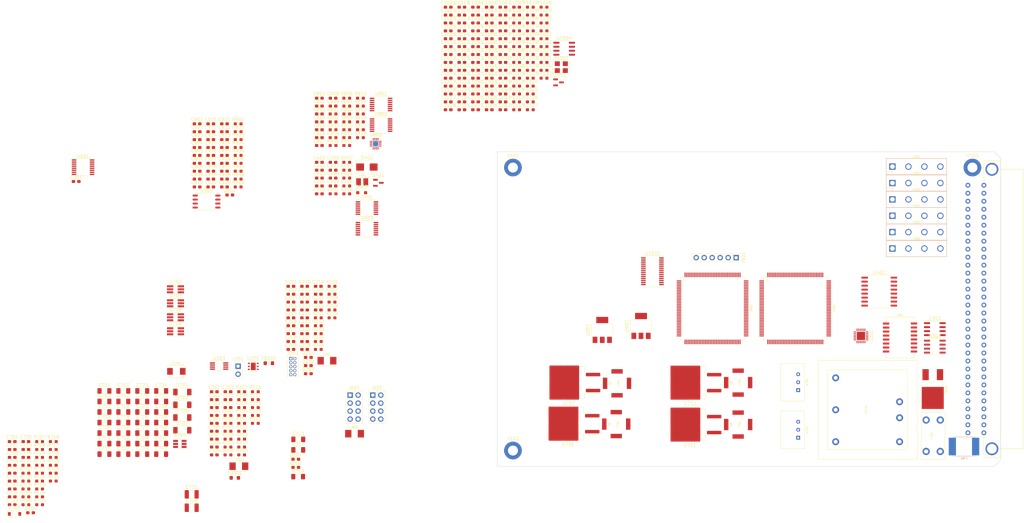
<source format=kicad_pcb>
(kicad_pcb (version 20221018) (generator pcbnew)
  (layers (0 "F.Cu" signal) (1 "In1.Cu" signal) (2 "In2.Cu" signal) (31 "B.Cu" signal) (34 "B.Paste" user) (35 "F.Paste" user) (36 "B.SilkS" user "B.Silkscreen") (37 "F.SilkS" user "F.Silkscreen") (38 "B.Mask" user) (39 "F.Mask" user) (44 "Edge.Cuts" user))
  (net 0 "")
  (net 1 "+3.3V")
  (net 2 "GNDA")
  (net 3 "Net-(U202-PH0,EVENTOUT,OSC_IN)")
  (net 4 "Net-(U202-PH1,EVENTOUT,OSC_OUT)")
  (net 5 "Net-(U202-VCAP_1)")
  (net 6 "Net-(U202-VCAP_2)")
  (net 7 "/MCU/MCU_VDDA")
  (net 8 "/MCU/NRST")
  (net 9 "Net-(U301-XTAL1{slash}CLKIN)")
  (net 10 "Net-(U301-VDDCR)")
  (net 11 "Net-(U301-XTAL2)")
  (net 12 "VCCQ")
  (net 13 "Earth")
  (net 14 "Net-(C314-Pad1)")
  (net 15 "+5V")
  (net 16 "+5VP")
  (net 17 "GND1")
  (net 18 "/Connector/EXT_TRIG")
  (net 19 "Net-(C409-Pad2)")
  (net 20 "+5VD")
  (net 21 "VPP")
  (net 22 "Net-(U702-INTVCC)")
  (net 23 "Net-(U703-INTVCC)")
  (net 24 "Net-(D702-A)")
  (net 25 "Net-(U702-SW)")
  (net 26 "Net-(D701-A)")
  (net 27 "Net-(U703-SW)")
  (net 28 "Net-(D702-K)")
  (net 29 "Net-(U702-FBX)")
  (net 30 "Net-(U707-VI)")
  (net 31 "Net-(U703-FBX)")
  (net 32 "+15V")
  (net 33 "-15V")
  (net 34 "Net-(D705-K)")
  (net 35 "GNDPWR")
  (net 36 "Net-(U708-INTVCC)")
  (net 37 "Net-(U709-INTVCC)")
  (net 38 "Net-(U710-+VIN)")
  (net 39 "Net-(U710--VIN)")
  (net 40 "Net-(D707-A)")
  (net 41 "Net-(U708-SW)")
  (net 42 "Net-(D706-A)")
  (net 43 "Net-(U709-SW)")
  (net 44 "Net-(D707-K)")
  (net 45 "Net-(U708-FBX)")
  (net 46 "Net-(U712-VI)")
  (net 47 "Net-(U709-FBX)")
  (net 48 "-5V")
  (net 49 "Net-(U803-DECAP)")
  (net 50 "Net-(D201-K)")
  (net 51 "Net-(D202-K)")
  (net 52 "Net-(D203-K)")
  (net 53 "Net-(D301-K)")
  (net 54 "Net-(D301-A)")
  (net 55 "Net-(D302-K)")
  (net 56 "Net-(D302-A)")
  (net 57 "Net-(D401-A)")
  (net 58 "Net-(U403B-O)")
  (net 59 "Net-(D703-K)")
  (net 60 "Net-(D704-A)")
  (net 61 "Net-(D705-A)")
  (net 62 "+24V")
  (net 63 "/MCU/MCU_DEFAULT")
  (net 64 "/MCU/TMS_SWDIO")
  (net 65 "/MCU/TCK_SWCLK")
  (net 71 "/Connector/A")
  (net 72 "/Connector/B")
  (net 73 "/Connector/C")
  (net 74 "/Connector/D")
  (net 75 "/Connector/E")
  (net 76 "/Connector/F")
  (net 87 "/Connector/RX+")
  (net 88 "/Connector/RX-")
  (net 106 "/Connector/TX+")
  (net 107 "/Connector/TX-")
  (net 114 "/MCU/SPI1_MOSI")
  (net 115 "/MCU/SPI1_MISO")
  (net 116 "/MCU/GPIO1")
  (net 117 "/MCU/SPI1_CLK")
  (net 118 "/MCU/GPIO2")
  (net 119 "/MCU/SPI1_CS")
  (net 120 "/Connector/SIGNAL")
  (net 121 "Net-(U501-O6)")
  (net 122 "Net-(U501-O5)")
  (net 124 "Net-(U501-O4)")
  (net 126 "Net-(U501-O3)")
  (net 127 "Net-(U501-O2)")
  (net 128 "Net-(U501-O1)")
  (net 129 "/Ethernet/ETH_TXP")
  (net 130 "/Ethernet/ETH_TXN")
  (net 131 "/Ethernet/ETH_RXP")
  (net 132 "/Ethernet/ETH_RXN")
  (net 133 "Net-(L301-RX-)")
  (net 134 "Net-(L301-CRX)")
  (net 135 "Net-(L301-RX+)")
  (net 136 "Net-(L301-TX-)")
  (net 137 "Net-(L301-CTX)")
  (net 138 "Net-(L301-TX+)")
  (net 139 "Net-(L401-Pad2)")
  (net 140 "Net-(Q701-G)")
  (net 141 "/MCU/LED_BLUE")
  (net 142 "/MCU/LED_RED")
  (net 143 "/MCU/SENS_SCL")
  (net 144 "/MCU/LED_GREEN")
  (net 145 "/MCU/SENS_SDA")
  (net 146 "/MCU/EEPROM_SDA")
  (net 147 "/MCU/EEPROM_SCL")
  (net 148 "Net-(U202-BOOT0)")
  (net 149 "/Ethernet/MODE0")
  (net 150 "/Ethernet/RMII_RXD0")
  (net 151 "/Ethernet/MODE1")
  (net 152 "/Ethernet/RMII_RXD1")
  (net 153 "Net-(U301-RXER{slash}PHYAD0)")
  (net 154 "/Ethernet/MODE2")
  (net 155 "/Ethernet/RMII_CRS_DV")
  (net 156 "/Ethernet/REFCLK0")
  (net 157 "/Ethernet/REF_CLK")
  (net 158 "/Ethernet/MDIO")
  (net 159 "Net-(U301-RBIAS)")
  (net 160 "Net-(U401-OE)")
  (net 161 "/Trigger/EXT_TRIG_SIGN")
  (net 162 "Net-(U403A-D)")
  (net 163 "Net-(U702-EN{slash}UVLO)")
  (net 164 "Net-(U703-EN{slash}UVLO)")
  (net 165 "Net-(U705-ON{slash}~{OFF})")
  (net 166 "Net-(U708-EN{slash}UVLO)")
  (net 167 "Net-(U709-EN{slash}UVLO)")
  (net 168 "Net-(U710-TRIM)")
  (net 169 "Net-(U801B-+)")
  (net 170 "Net-(U801D-+)")
  (net 171 "Net-(U802B-+)")
  (net 172 "Net-(U802D-+)")
  (net 173 "Net-(U801A--)")
  (net 174 "Net-(U801B--)")
  (net 175 "Net-(U801C--)")
  (net 176 "Net-(U801D--)")
  (net 177 "/Self test/AIN2")
  (net 178 "/Self test/AIN5")
  (net 179 "Net-(U802C-+)")
  (net 180 "Net-(U803-ADDR)")
  (net 191 "/Ethernet/RMII_TXD1")
  (net 192 "/Ethernet/RMII_TXD0")
  (net 194 "/Ethernet/RMII_TXEN")
  (net 222 "/MCU/EEPROM_WP")
  (net 231 "/MCU/TRIG_EN")
  (net 232 "/MCU/TRIG_OUT")
  (net 233 "/MCU/TRIG_IN")
  (net 235 "/Connector/CXN_REL1")
  (net 236 "/Connector/CXN_REL2")
  (net 237 "/Connector/CXN_REL3")
  (net 238 "/Connector/CXN_REL4")
  (net 239 "/Connector/CXN_REL5")
  (net 240 "/Connector/CXN_REL6")
  (net 256 "/Ethernet/RMII_MDC")
  (net 289 "Net-(U401-B3)")
  (net 290 "Net-(U401-B2)")
  (net 291 "Net-(U401-B1)")
  (net 295 "/Trigger/TRIG_OUT_SIGN")
  (net 296 "/Trigger/TRIG_OUT_EN")
  (net 301 "/Self test/AIN0")
  (net 302 "/Self test/AIN1")
  (net 303 "/Self test/AIN3")
  (net 304 "/Self test/AIN4")
  (net 308 "FPGA_3V3")
  (net 309 "FPGA_1V2")
  (net 310 "Net-(D901-K)")
  (net 311 "/FPGA/FLASH_HOLD")
  (net 312 "/FPGA/FLASH_WP")
  (net 313 "/FPGA/FLASH_nCS")
  (net 314 "/FPGA/FLASH_INIT_B")
  (net 315 "Net-(X901-~{ST})")
  (net 316 "Net-(X901-OUT)")
  (net 317 "/FPGA/FPGA_CLK_100MHZ")
  (net 318 "/FPGA/DONE_2")
  (net 319 "/FPGA/PROG_B_2")
  (net 320 "/FPGA/CMPCS_B_2")
  (net 347 "/FPGA/FPGA_TDI")
  (net 348 "/FPGA/FPGA_TCK")
  (net 349 "/FPGA/FPGA_TMS")
  (net 350 "/FPGA/FPGA_TDO")
  (net 375 "/FPGA/FLASH_SCK")
  (net 423 "/FPGA/FLASH_SO")
  (net 424 "/FPGA/FLASH_SI")
  (net 425 "Net-(U1002-IOUTB)")
  (net 426 "Net-(U1002-IOUTA)")
  (net 427 "+3V3_WFD2")
  (net 428 "+3V3_WFD1")
  (net 429 "Net-(C1006-Pad1)")
  (net 430 "/Waveform DAC/SET_ARB_FLTR1")
  (net 431 "/Waveform DAC/SET_SIN_FLTR1")
  (net 432 "+15V_WFD2")
  (net 433 "Net-(C1013-Pad1)")
  (net 434 "Net-(C1014-Pad2)")
  (net 435 "Net-(C1015-Pad1)")
  (net 436 "Net-(C1016-Pad2)")
  (net 437 "+15V_WFD1")
  (net 438 "Net-(C1018-Pad2)")
  (net 439 "Net-(C1019-Pad2)")
  (net 440 "Net-(C1029-Pad1)")
  (net 441 "Net-(C1030-Pad2)")
  (net 442 "Net-(C1031-Pad2)")
  (net 443 "Net-(C1032-Pad2)")
  (net 444 "Net-(C1035-Pad1)")
  (net 445 "Net-(C1036-Pad2)")
  (net 446 "-15V_WFD2")
  (net 447 "Net-(C1042-Pad2)")
  (net 448 "Net-(C1043-Pad2)")
  (net 449 "/Waveform DAC/V_DTY_CYCL")
  (net 450 "-15V_WFD1")
  (net 451 "Net-(C1048-Pad1)")
  (net 452 "Net-(C1049-Pad2)")
  (net 453 "Net-(C1051-Pad2)")
  (net 454 "Net-(C1058-Pad2)")
  (net 455 "Net-(C1059-Pad2)")
  (net 456 "Net-(U1001A-+)")
  (net 457 "+5V_WFD")
  (net 458 "-5V_WFD")
  (net 459 "Net-(C1067-Pad1)")
  (net 460 "Net-(C1068-Pad2)")
  (net 461 "Net-(C1071-Pad1)")
  (net 462 "Net-(U1003-+)")
  (net 463 "Net-(U1003--)")
  (net 464 "/Waveform DAC/SET_ARB_FLTR2")
  (net 465 "Net-(U1003-~{Q})")
  (net 466 "/Waveform DAC/SET_SIN_FLTR2")
  (net 467 "Net-(C1078-Pad2)")
  (net 468 "Net-(C1079-Pad1)")
  (net 469 "Net-(C1081-Pad1)")
  (net 470 "Net-(C1082-Pad1)")
  (net 471 "/Waveform DAC/SINE_ARB")
  (net 472 "/Waveform DAC/V_AMPL")
  (net 473 "Net-(X1001-~{ST})")
  (net 474 "Net-(U1001B--)")
  (net 475 "Net-(X1001-OUT)")
  (net 476 "/Waveform DAC/WFDAC_CLK")
  (net 477 "/Waveform DAC/WFD_FPGA_50MHZ")
  (net 478 "Net-(R1005-Pad1)")
  (net 479 "Net-(Q1001-B)")
  (net 480 "Net-(Q1001-E)")
  (net 481 "Net-(U1002-MODE)")
  (net 482 "Net-(U1002-FS_ADJ)")
  (net 483 "Net-(C1007-Pad1)")
  (net 484 "+2V5")
  (net 485 "Net-(U1001A--)")
  (net 486 "Net-(U1004-+)")
  (net 487 "Net-(U1004--)")
  (net 488 "/Waveform DAC/V_NULL_SINE")
  (net 489 "Net-(R1033-Pad2)")
  (net 490 "Net-(U1003-Q)")
  (net 491 "/Waveform DAC/SQUARE")
  (net 492 "/Waveform DAC/WFDAC13")
  (net 493 "/Waveform DAC/WFDAC12")
  (net 494 "/Waveform DAC/WFDAC11")
  (net 495 "/Waveform DAC/WFDAC10")
  (net 496 "/Waveform DAC/WFDAC9")
  (net 497 "/Waveform DAC/WFDAC8")
  (net 498 "/Waveform DAC/WFDAC7")
  (net 499 "/Waveform DAC/WFDAC6")
  (net 500 "/Waveform DAC/WFDAC5")
  (net 501 "/Waveform DAC/WFDAC4")
  (net 502 "/Waveform DAC/WFDAC3")
  (net 503 "/Waveform DAC/WFDAC2")
  (net 504 "/Waveform DAC/WFDAC1")
  (net 505 "/Waveform DAC/WFDAC0")
  (footprint "Capacitor_SMD:C_0603_1608Metric_Pad1.08x0.95mm_HandSolder" (layer "F.Cu") (at 58.7665 9.047)
    (fp_text reference "C1028")
    (fp_text value "56p")
  )
  (footprint "Capacitor_SMD:C_0603_1608Metric_Pad1.08x0.95mm_HandSolder" (layer "F.Cu") (at -25.367 36.111)
    (fp_text reference "C903")
    (fp_text value "100n")
  )
  (footprint "Capacitor_SMD:C_0603_1608Metric_Pad1.08x0.95mm_HandSolder" (layer "F.Cu") (at 8.8 90.29)
    (fp_text reference "C213")
    (fp_text value "100n")
  )
  (footprint "Capacitor_SMD:C_0603_1608Metric_Pad1.08x0.95mm_HandSolder" (layer "F.Cu") (at -25.367 46.151)
    (fp_text reference "C908")
    (fp_text value "100n")
  )
  (footprint "Capacitor_SMD:C_0603_1608Metric_Pad1.08x0.95mm_HandSolder" (layer "F.Cu") (at 71.8165 9.047)
    (fp_text reference "C1075")
    (fp_text value "100p")
  )
  (footprint "Package_SO:SOIC-8_3.9x4.9mm_P1.27mm" (layer "F.Cu") (at 91.2665 7.207)
    (fp_text reference "U1004")
    (fp_text value "THS3001CD")
  )
  (footprint "Capacitor_SMD:C_0603_1608Metric_Pad1.08x0.95mm_HandSolder" (layer "F.Cu") (at -25.367 48.661)
    (fp_text reference "C909")
    (fp_text value "100n")
  )
  (footprint "Capacitor_SMD:C_0603_1608Metric_Pad1.08x0.95mm_HandSolder" (layer "F.Cu") (at 54.4165 4.027)
    (fp_text reference "C1006")
    (fp_text value "100n")
  )
  (footprint "Capacitor_SMD:C_0603_1608Metric_Pad1.08x0.95mm_HandSolder" (layer "F.Cu") (at -84.11 149.73)
    (fp_text reference "C716")
    (fp_text value "4p7")
  )
  (footprint "Capacitor_SMD:C_0603_1608Metric_Pad1.08x0.95mm_HandSolder" (layer "F.Cu") (at 63.1165 6.537)
    (fp_text reference "C1041")
    (fp_text value "100n")
  )
  (footprint "Capacitor_SMD:C_0603_1608Metric_Pad1.08x0.95mm_HandSolder" (layer "F.Cu") (at 71.8165 19.087)
    (fp_text reference "C1079")
    (fp_text value "10p")
  )
  (footprint "Capacitor_SMD:C_1206_3216Metric_Pad1.33x1.80mm_HandSolder" (layer "F.Cu") (at -36.78 122.75)
    (fp_text reference "C738")
    (fp_text value "4u7/25V")
  )
  (footprint "ETH1CFGEN1:TSR1" (layer "F.Cu") (at 165.63 128.397 90)
    (fp_text reference "U701")
    (fp_text value "TSR1-2450")
  )
  (footprint "Capacitor_SMD:C_0603_1608Metric_Pad1.08x0.95mm_HandSolder" (layer "F.Cu") (at 54.4165 -3.503)
    (fp_text reference "C1002")
    (fp_text value "33p")
  )
  (footprint "Resistor_SMD:R_0603_1608Metric_Pad0.98x0.95mm_HandSolder" (layer "F.Cu") (at 17.84 32.97)
    (fp_text reference "R803")
    (fp_text value "49k9")
  )
  (footprint "ETH1CFGEN1:74489440068" (layer "F.Cu") (at 108.077 113.625 90)
    (fp_text reference "L702")
    (fp_text value "74489440068")
  )
  (footprint "Capacitor_SMD:C_0603_1608Metric_Pad1.08x0.95mm_HandSolder" (layer "F.Cu") (at 54.4165 16.577)
    (fp_text reference "C1014")
    (fp_text value "33p")
  )
  (footprint "Capacitor_SMD:C_1206_3216Metric_Pad1.33x1.80mm_HandSolder" (layer "F.Cu") (at -54.81 132.8)
    (fp_text reference "C710")
    (fp_text value "1u/50V")
  )
  (footprint "Capacitor_SMD:C_1206_3216Metric_Pad1.33x1.80mm_HandSolder" (layer "F.Cu") (at -36.78 116.05)
    (fp_text reference "C734")
    (fp_text value "1u/HC")
  )
  (footprint "LED_SMD:LED_0603_1608Metric_Pad1.05x0.95mm_HandSolder" (layer "F.Cu") (at 5.995 140.36)
    (fp_text reference "D302")
    (fp_text value "GREEN")
  )
  (footprint "Package_SO:SOIC-8_3.9x4.9mm_P1.27mm" (layer "F.Cu") (at 209.042 96.393)
    (fp_text reference "U302")
    (fp_text value "LC03-3.3BTG")
  )
  (footprint "Capacitor_SMD:C_1206_3216Metric_Pad1.33x1.80mm_HandSolder" (layer "F.Cu") (at -54.81 126.1)
    (fp_text reference "C705")
    (fp_text value "4u7/50V")
  )
  (footprint "Capacitor_SMD:C_1206_3216Metric_Pad1.33x1.80mm_HandSolder" (layer "F.Cu") (at -42.79 119.4)
    (fp_text reference "C724")
    (fp_text value "4u7/50V")
  )
  (footprint "Package_TO_SOT_SMD:TSOT-23-6_HandSoldering" (layer "F.Cu") (at -32.23 83.73)
    (fp_text reference "U702")
    (fp_text value "LT8330ES6#TRMPBF")
  )
  (footprint "Capacitor_SMD:C_0603_1608Metric_Pad1.08x0.95mm_HandSolder" (layer "F.Cu") (at 63.1165 4.027)
    (fp_text reference "C1040")
    (fp_text value "8p2")
  )
  (footprint "Resistor_SMD:R_0603_1608Metric_Pad0.98x0.95mm_HandSolder" (layer "F.Cu") (at -11.2 128.86)
    (fp_text reference "R312")
    (fp_text value "12k1")
  )
  (footprint "Capacitor_SMD:C_0603_1608Metric_Pad1.08x0.95mm_HandSolder" (layer "F.Cu") (at 71.8165 26.617)
    (fp_text reference "C1082")
    (fp_text value "33p")
  )
  (footprint "Capacitor_SMD:C_0603_1608Metric_Pad1.08x0.95mm_HandSolder" (layer "F.Cu") (at 58.7665 11.557)
    (fp_text reference "C1029")
    (fp_text value "120p")
  )
  (footprint "Resistor_SMD:R_0603_1608Metric_Pad0.98x0.95mm_HandSolder" (layer "F.Cu") (at 80.5165 -3.503)
    (fp_text reference "R1015")
    (fp_text value "100")
  )
  (footprint "Capacitor_SMD:C_0603_1608Metric_Pad1.08x0.95mm_HandSolder" (layer "F.Cu") (at 71.8165 1.517)
    (fp_text reference "C1072")
    (fp_text value "22p")
  )
  (footprint "Capacitor_SMD:C_0603_1608Metric_Pad1.08x0.95mm_HandSolder" (layer "F.Cu") (at -16.667 51.171)
    (fp_text reference "C929")
    (fp_text value "100n")
  )
  (footprint "ETH1CFGEN1:HE360_x-5050462-8" (layer "F.Cu") (at 203.2 70.746)
    (fp_text reference "K506")
    (fp_text value "HE3621A0510")
  )
  (footprint "Resistor_SMD:R_0603_1608Metric_Pad0.98x0.95mm_HandSolder" (layer "F.Cu") (at 80.5165 26.617)
    (fp_text reference "R1027")
    (fp_text value "10k")
  )
  (footprint "Resistor_SMD:R_0603_1608Metric_Pad0.98x0.95mm_HandSolder" (layer "F.Cu") (at -15.55 136.39)
    (fp_text reference "R306")
    (fp_text value "10k")
  )
  (footprint "Capacitor_SMD:C_0603_1608Metric_Pad1.08x0.95mm_HandSolder" (layer "F.Cu") (at 67.4665 -0.993)
    (fp_text reference "C1054")
    (fp_text value "15p")
  )
  (footprint "ETH1CFGEN1:749010012A" (layer "F.Cu") (at 197.993 99.06)
    (fp_text reference "L301")
    (fp_text value "749010012A")
  )
  (footprint "Package_SON:Texas_PWSON-N6" (layer "F.Cu") (at -7.51 108.24)
    (fp_text reference "U201")
    (fp_text value "HDC1080")
  )
  (footprint "Capacitor_SMD:C_1206_3216Metric_Pad1.33x1.80mm_HandSolder" (layer "F.Cu") (at -48.8 132.8)
    (fp_text reference "C721")
    (fp_text value "10u/35V")
  )
  (footprint "Resistor_SMD:R_0603_1608Metric_Pad0.98x0.95mm_HandSolder" (layer "F.Cu") (at 76.1665 9.047)
    (fp_text reference "R1006")
    (fp_text value "82k5")
  )
  (footprint "Package_TO_SOT_SMD:TO-263-2" (layer "F.Cu") (at 131.288 113.411 180)
    (fp_text reference "U712")
    (fp_text value "L7905CD2T-TR")
  )
  (footprint "Capacitor_SMD:C_0603_1608Metric_Pad1.08x0.95mm_HandSolder" (layer "F.Cu") (at 4.45 95.31)
    (fp_text reference "C206")
    (fp_text value "2u2")
  )
  (footprint "Capacitor_SMD:C_0603_1608Metric_Pad1.08x0.95mm_HandSolder" (layer "F.Cu") (at 71.8165 4.027)
    (fp_text reference "C1073")
    (fp_text value "22p")
  )
  (footprint "Capacitor_SMD:C_1206_3216Metric_Pad1.33x1.80mm_HandSolder" (layer "F.Cu") (at -48.8 122.75)
    (fp_text reference "C718")
    (fp_text value "4u7/50V")
  )
  (footprint "Resistor_SMD:R_0603_1608Metric_Pad0.98x0.95mm_HandSolder" (layer "F.Cu") (at -12.317 48.661)
    (fp_text reference "R908")
    (fp_text value "4k7")
  )
  (footprint "Package_SO:SOIC-16W_7.5x10.3mm_P1.27mm" (layer "F.Cu") (at 191.389 84.455)
    (fp_text reference "U402")
    (fp_text value "ADuM5402")
  )
  (footprint "Capacitor_SMD:C_0603_1608Metric_Pad1.08x0.95mm_HandSolder" (layer "F.Cu") (at 67.4665 14.067)
    (fp_text reference "C1061")
    (fp_text value "100p")
  )
  (footprint "Resistor_SMD:R_0603_1608Metric_Pad0.98x0.95mm_HandSolder" (layer "F.Cu") (at 17.84 30.46)
    (fp_text reference "R802")
    (fp_text value "249k")
  )
  (footprint "Capacitor_SMD:C_0603_1608Metric_Pad1.08x0.95mm_HandSolder" (layer "F.Cu") (at 58.7665 -6.013)
    (fp_text reference "C1019")
    (fp_text value "33p")
  )
  (footprint "Resistor_SMD:R_0603_1608Metric_Pad0.98x0.95mm_HandSolder" (layer "F.Cu") (at -79.76 149.73)
    (fp_text reference "R705")
    (fp_text value "100k")
  )
  (footprint "Resistor_SMD:R_0603_1608Metric_Pad0.98x0.95mm_HandSolder" (layer "F.Cu") (at -6.85 116.31)
    (fp_text reference "R316")
    (fp_text value "49R9")
  )
  (footprint "Package_SO:TSSOP-14_4.4x5mm_P0.65mm" (layer "F.Cu") (at 33.09 24.95)
    (fp_text reference "U801")
    (fp_text value "TL074HIPWR")
  )
  (footprint "Capacitor_SMD:C_0603_1608Metric_Pad1.08x0.95mm_HandSolder" (layer "F.Cu") (at -16.667 36.111)
    (fp_text reference "C923")
    (fp_text value "100n")
  )
  (footprint "ETH1CFGEN1:CW252016" (layer "F.Cu") (at 27.084 49.572)
    (fp_text reference "L401")
    (fp_text value "CW252016-R33G")
  )
  (footprint "Resistor_SMD:R_0603_1608Metric_Pad0.98x0.95mm_HandSolder" (layer "F.Cu") (at 80.5165 24.107)
    (fp_text reference "R1026")
    (fp_text value "1k78")
  )
  (footprint "Capacitor_SMD:C_0603_1608Metric_Pad1.08x0.95mm_HandSolder" (layer "F.Cu") (at -25.367 51.171)
    (fp_text reference "C910")
    (fp_text value "100n")
  )
  (footprint "Resistor_SMD:R_0603_1608Metric_Pad0.98x0.95mm_HandSolder" (layer "F.Cu") (at -75.41 144.71)
    (fp_text reference "R712")
    (fp_text value "1M")
  )
  (footprint "Capacitor_SMD:C_0603_1608Metric_Pad1.08x0.95mm_HandSolder" (layer "F.Cu") (at -21.017 36.111)
    (fp_text reference "C914")
    (fp_text value "100n")
  )
  (footprint "Capacitor_SMD:C_1206_3216Metric_Pad1.33x1.80mm_HandSolder" (layer "F.Cu") (at -36.78 132.8)
    (fp_text reference "C741")
    (fp_text value "10u/25V")
  )
  (footprint "Resistor_SMD:R_0603_1608Metric_Pad0.98x0.95mm_HandSolder" (layer "F.Cu") (at 13.15 102.84)
    (fp_text reference "R205")
    (fp_text value "680")
  )
  (footprint "Capacitor_SMD:C_0603_1608Metric_Pad1.08x0.95mm_HandSolder" (layer "F.Cu") (at 63.1165 26.617)
    (fp_text reference "C1049")
    (fp_text value "330p")
  )
  (footprint "Capacitor_SMD:C_0603_1608Metric_Pad1.08x0.95mm_HandSolder" (layer "F.Cu") (at -15.55 116.31)
    (fp_text reference "C310")
    (fp_text value "100n")
  )
  (footprint "Resistor_SMD:R_0603_1608Metric_Pad0.98x0.95mm_HandSolder" (layer "F.Cu") (at -11.2 123.84)
    (fp_text reference "R310")
    (fp_text value "1k5")
  )
  (footprint "LED_SMD:LED_0603_1608Metric_Pad1.05x0.95mm_HandSolder" (layer "F.Cu") (at 9.995 110.57)
    (fp_text reference "D203")
    (fp_text value "GREEN")
  )
  (footprint "Resistor_SMD:R_0603_1608Metric_Pad0.98x0.95mm_HandSolder" (layer "F.Cu") (at -15.55 123.84)
    (fp_text reference "R301")
    (fp_text value "33")
  )
  (footprint "Capacitor_SMD:C_0603_1608Metric_Pad1.08x0.95mm_HandSolder" (layer "F.Cu") (at 58.7665 -3.503)
    (fp_text reference "C1021")
    (fp_text value "56p")
  )
  (footprint "ETH1CFGEN1:HE360_x-5050462-8" (layer "F.Cu") (at 203.2 60.332)
    (fp_text reference "K504")
    (fp_text value "HE3621A0510")
  )
  (footprint "Resistor_SMD:R_0603_1608Metric_Pad0.98x0.95mm_HandSolder" (layer "F.Cu") (at -11.2 118.82)
    (fp_text reference "R308")
    (fp_text value "10k")
  )
  (footprint "Capacitor_SMD:C_0603_1608Metric_Pad1.08x0.95mm_HandSolder" (layer "F.Cu") (at -21.017 51.171)
    (fp_text reference "C920")
    (fp_text value "100n")
  )
  (footprint "Diode_SMD:D_SOD-128" (layer "F.Cu") (at -30.055 116.4)
    (fp_text reference "D701")
    (fp_text value "PMEG6010EP,115")
  )
  (footprint "Capacitor_SMD:C_0603_1608Metric_Pad1.08x0.95mm_HandSolder" (layer "F.Cu") (at -25.367 38.621)
    (fp_text reference "C904")
    (fp_text value "100n")
  )
  (footprint "Capacitor_SMD:C_0603_1608Metric_Pad1.08x0.95mm_HandSolder" (layer "F.Cu") (at 58.7665 -0.993)
    (fp_text reference "C1022")
    (fp_text value "56p")
  )
  (footprint "Package_TO_SOT_SMD:TSOT-23-6_HandSoldering" (layer "F.Cu") (at -32.23 92.63)
    (fp_text reference "U708")
    (fp_text value "LT8330ES6#TRMPBF")
  )
  (footprint "Capacitor_SMD:C_0603_1608Metric_Pad1.08x0.95mm_HandSolder" (layer "F.Cu") (at 13.49 37.99)
    (fp_text reference "C807")
    (fp_text value "1u")
  )
  (footprint "Capacitor_SMD:C_0603_1608Metric_Pad1.08x0.95mm_HandSolder" (layer "F.Cu") (at -25.367 43.641)
    (fp_text reference "C907")
    (fp_text value "100n")
  )
  (footprint "Capacitor_SMD:C_1206_3216Metric_Pad1.33x1.80mm_HandSolder" (layer "F.Cu") (at -42.79 116.05)
    (fp_text reference "C723")
    (fp_text value "4u7/50V")
  )
  (footprint "Resistor_SMD:R_0603_1608Metric_Pad0.98x0.95mm_HandSolder" (layer "F.Cu") (at 76.1665 6.537)
    (fp_text reference "R1005")
    (fp_text value "100")
  )
  (footprint "Capacitor_SMD:C_0603_1608Metric_Pad1.08x0.95mm_HandSolder" (layer "F.Cu") (at 63.1165 9.047)
    (fp_text reference "C1042")
    (fp_text value "33p")
  )
  (footprint "Capacitor_SMD:C_0603_1608Metric_Pad1.08x0.95mm_HandSolder" (layer "F.Cu") (at 4.45 87.78)
    (fp_text reference "C203")
    (fp_text value "8p")
  )
  (footprint "Resistor_SMD:R_0603_1608Metric_Pad0.98x0.95mm_HandSolder" (layer "F.Cu") (at -11.2 131.37)
    (fp_text reference "R313")
    (fp_text value "270")
  )
  (footprint "Resistor_SMD:R_0603_1608Metric_Pad0.98x0.95mm_HandSolder" (layer "F.Cu") (at 80.5165 19.087)
    (fp_text reference "R1024")
    (fp_text value "21R5")
  )
  (footprint "Resistor_SMD:R_0603_1608Metric_Pad0.98x0.95mm_HandSolder" (layer "F.Cu") (at -15.55 131.37)
    (fp_text reference "R304")
    (fp_text value "33")
  )
  (footprint "Capacitor_SMD:C_0603_1608Metric_Pad1.08x0.95mm_HandSolder" (layer "F.Cu") (at -16.667 43.641)
    (fp_text reference "C926")
    (fp_text value "100n")
  )
  (footprint "Resistor_SMD:R_0603_1608Metric_Pad0.98x0.95mm_HandSolder" (layer "F.Cu") (at 84.8665 6.537)
    (fp_text reference "R1033")
    (fp_text value "953")
  )
  (footprint "Capacitor_SMD:C_1206_3216Metric_Pad1.33x1.80mm_HandSolder" (layer "F.Cu") (at -36.78 136.15)
    (fp_text reference "C742")
    (fp_text value "10u/25V")
  )
  (footprint "Resistor_SMD:R_0603_1608Metric_Pad0.98x0.95mm_HandSolder" (layer "F.Cu") (at -6.85 123.84)
    (fp_text reference "R320")
    (fp_text value "75/1%")
  )
  (footprint "Resistor_SMD:R_0603_1608Metric_Pad0.98x0.95mm_HandSolder" (layer "F.Cu") (at 17.84 53.36)
    (fp_text reference "R401")
    (fp_text value "10k")
  )
  (footprint "Capacitor_SMD:C_0603_1608Metric_Pad1.08x0.95mm_HandSolder" (layer "F.Cu") (at -21.017 43.641)
    (fp_text reference "C917")
    (fp_text value "100n")
  )
  (footprint "Capacitor_SMD:C_0603_1608Metric_Pad1.08x0.95mm_HandSolder" (layer "F.Cu") (at 58.7665 14.067)
    (fp_text reference "C1030")
    (fp_text value "120p")
  )
  (footprint "Resistor_SMD:R_0603_1608Metric_Pad0.98x0.95mm_HandSolder" (layer "F.Cu") (at -75.41 134.67)
    (fp_text reference "R708")
    (fp_text value "1M")
  )
  (footprint "Resistor_SMD:R_0603_1608Metric_Pad0.98x0.95mm_HandSolder" (layer "F.Cu") (at 80.5165 9.047)
    (fp_text reference "R1020")
    (fp_text value "511")
  )
  (footprint "Resistor_SMD:R_0603_1608Metric_Pad0.98x0.95mm_HandSolder" (layer "F.Cu") (at 22.19 53.36)
    (fp_text reference "R406")
    (fp_text value "51R1")
  )
  (footprint "Capacitor_SMD:C_0603_1608Metric_Pad1.08x0.95mm_HandSolder" (layer "F.Cu") (at 58.7665 6.537)
    (fp_text reference "C1027")
    (fp_text value "56p")
  )
  (footprint "Resistor_SMD:R_0603_1608Metric_Pad0.98x0.95mm_HandSolder" (layer "F.Cu") (at -75.41 147.22)
    (fp_text reference "R713")
    (fp_text value "287k")
  )
  (footprint "Capacitor_SMD:C_0603_1608Metric_Pad1.08x0.95mm_HandSolder" (layer "F.Cu") (at 67.4665 24.107)
    (fp_text reference "C1065")
    (fp_text value "100n")
  )
  (footprint "Diode_SMD:D_SOD-323_HandSoldering" (layer "F.Cu") (at 26.935 53)
    (fp_text reference "D403")
    (fp_text value "SD36C-01FTG")
  )
  (footprint "Capacitor_SMD:C_0603_1608Metric_Pad1.08x0.95mm_HandSolder" (layer "F.Cu") (at -16.667 48.661)
    (fp_text reference "C928")
    (fp_text value "100n")
  )
  (footprint "Capacitor_SMD:C_0603_1608Metric_Pad1.08x0.95mm_HandSolder" (layer "F.Cu") (at 67.4665 -6.013)
    (fp_text reference "C1051")
    (fp_text value "100n")
  )
  (footprint "Capacitor_SMD:C_0603_1608Metric_Pad1.08x0.95mm_HandSolder" (layer "F.Cu") (at -19.9 118.82)
    (fp_text reference "C302")
    (fp_text value "100n")
  )
  (footprint "Capacitor_SMD:C_0603_1608Metric_Pad1.08x0.95mm_HandSolder" (layer "F.Cu") (at 58.7665 16.577)
    (fp_text reference "C1031")
    (fp_text value "33p")
  )
  (footprint "Capacitor_SMD:C_0603_1608Metric_Pad1.08x0.95mm_HandSolder" (layer "F.Cu") (at 13.15 85.27)
    (fp_text reference "C220")
    (fp_text value "100n")
  )
  (footprint "Capacitor_SMD:C_0603_1608Metric_Pad1.08x0.95mm_HandSolder" (layer "F.Cu") (at 54.4165 -6.013)
    (fp_text reference "C1001")
    (fp_text value "33p")
  )
  (footprint "Capacitor_SMD:C_0603_1608Metric_Pad1.08x0.95mm_HandSolder" (layer "F.Cu") (at -79.76 132.16)
    (fp_text reference "C730")
    (fp_text value "1u")
  )
  (footprint "Capacitor_SMD:C_0603_1608Metric_Pad1.08x0.95mm_HandSolder" (layer "F.Cu") (at 8.8 97.82)
    (fp_text reference "C216")
    (fp_text value "100n")
  )
  (footprint "Capacitor_SMD:C_0603_1608Metric_Pad1.08x0.95mm_HandSolder" (layer "F.Cu") (at -79.76 137.18)
    (fp_text reference "C736")
    (fp_text value "4p7")
  )
  (footprint "Capacitor_SMD:C_0603_1608Metric_Pad1.08x0.95mm_HandSolder" (layer "F.Cu") (at -21.017 31.091)
    (fp_text reference "C911")
    (fp_text value "100n")
  )
  (footprint "Capacitor_SMD:C_0603_1608Metric_Pad1.08x0.95mm_HandSolder" (layer "F.Cu") (at 54.4165 11.557)
    (fp_text reference "C1012")
    (fp_text value "100n")
  )
  (footprint "Oscillator:Oscillator_SMD_SeikoEpson_SG8002LB-4Pin_5.0x3.2mm" (layer "F.Cu") (at 90.3665 13.057)
    (fp_text reference "X1001")
    (fp_text value "SG5032CAN 50.000000M-TJGA3")
  )
  (footprint "Connector_PinHeader_2.54mm:PinHeader_2x04_P2.54mm_Vertical" (layer "F.Cu") (at 30.46 117.38)
    (fp_text reference "J602")
    (fp_text value "Conn_02x04_Odd_Even")
  )
  (footprint "Resistor_SMD:R_0603_1608Metric_Pad0.98x0.95mm_HandSolder" (layer "F.Cu") (at 80.5165 21.597)
    (fp_text reference "R1025")
    (fp_text value "100")
  )
  (footprint "Capacitor_SMD:C_0603_1608Metric_Pad1.08x0.95mm_HandSolder" (layer "F.Cu") (at 13.15 87.78)
    (fp_text reference "C221")
    (fp_text value "1u")
  )
  (footprint "Capacitor_SMD:C_0603_1608Metric_Pad1.08x0.95mm_HandSolder" (layer "F.Cu") (at -16.667 38.621)
    (fp_text reference "C924")
    (fp_text value "100n")
  )
  (footprint "Capacitor_SMD:C_0603_1608Metric_Pad1.08x0.95mm_HandSolder" (layer "F.Cu") (at 8.8 82.76)
    (fp_text reference "C210")
    (fp_text value "1u")
  )
  (footprint "Resistor_SMD:R_0603_1608Metric_Pad0.98x0.95mm_HandSolder" (layer "F.Cu") (at 22.19 22.93)
    (fp_text reference "R806")
    (fp_text value "249k")
  )
  (footprint "Capacitor_SMD:C_0603_1608Metric_Pad1.08x0.95mm_HandSolder" (layer "F.Cu") (at 58.7665 19.087)
    (fp_text reference "C1032")
    (fp_text value "33p")
  )
  (footprint "Capacitor_SMD:C_0603_1608Metric_Pad1.08x0.95mm_HandSolder" (layer "F.Cu") (at -84.11 152.24)
    (fp_text reference "C729")
    (fp_text value "1u")
  )
  (footprint "Resistor_SMD:R_0603_1608Metric_Pad0.98x0.95mm_HandSolder" (layer "F.Cu") (at 80.5165 -0.993)
    (fp_text reference "R1016")
    (fp_text value "100")
  )
  (footprint "Capacitor_SMD:C_0603_1608Metric_Pad1.08x0.95mm_HandSolder" (layer "F.Cu") (at 58.7665 1.517)
    (fp_text reference "C1023")
    (fp_text value "3p3")
  )
  (footprint "Resistor_SMD:R_0603_1608Metric_Pad0.98x0.95mm_HandSolder" (layer "F.Cu") (at -15.55 126.35)
    (fp_text reference "R302")
    (fp_text value "33")
  )
  (footprint "Connector_PinHeader_2.54mm:PinHeader_2x04_P2.54mm_Vertical" (layer "F.Cu") (at 23.26 117.38)
    (fp_text reference "J601")
    (fp_text value "Conn_02x04_Odd_Even")
  )
  (footprint "Capacitor_SMD:C_1206_3216Metric_Pad1.33x1.80mm_HandSolder" (layer "F.Cu") (at -54.81 129.45)
    (fp_text reference "C706")
    (fp_text value "4u7/50V")
  )
  (footprint "Resistor_SMD:R_0603_1608Metric_Pad0.98x0.95mm_HandSolder" (layer "F.Cu") (at -12.317 43.641)
    (fp_text reference "R906")
    (fp_text value "27")
  )
  (footprint "LED_SMD:LED_0603_1608Metric_Pad1.05x0.95mm_HandSolder" (layer "F.Cu") (at -78.275 154.79)
    (fp_text reference "D704")
    (fp_text value "RED")
  )
  (footprint "Package_SO:TSSOP-14_4.4x5mm_P0.65mm" (layer "F.Cu") (at 28.6 57.89)
    (fp_text reference "U401")
    (fp_text value "TXB0104PW")
  )
  (footprint "Capacitor_SMD:C_0603_1608Metric_Pad1.08x0.95mm_HandSolder" (layer "F.Cu") (at 67.4665 -3.503)
    (fp_text reference "C1053")
    (fp_text value "15p")
  )
  (footprint "Resistor_SMD:R_0603_1608Metric_Pad0.98x0.95mm_HandSolder" (layer "F.Cu") (at -75.41 149.73)
    (fp_text reference "R714")
    (fp_text value "1M")
  )
  (footprint "Capacitor_SMD:C_0603_1608Metric_Pad1.08x0.95mm_HandSolder" (layer "F.Cu") (at 63.1165 19.087)
    (fp_text reference "C1046")
    (fp_text value "130p")
  )
  (footprint "ETH1CFGEN1:TSR1" (layer "F.Cu") (at 165.63 113.284 90)
    (fp_text reference "U704")
    (fp_text value "TSR1-2433")
  )
  (footprint "Resistor_SMD:R_0603_1608Metric_Pad0.98x0.95mm_HandSolder" (layer "F.Cu") (at 80.5165 11.557)
    (fp_text reference "R1021")
    (fp_text value "511")
  )
  (footprint "Capacitor_SMD:C_0603_1608Metric_Pad1.08x0.95mm_HandSolder" (layer "F.Cu") (at -84.11 142.2)
    (fp_text reference "C713")
    (fp_text value "1u")
  )
  (footprint "Resistor_SMD:R_0603_1608Metric_Pad0.98x0.95mm_HandSolder" (layer "F.Cu") (at -75.41 132.16)
    (fp_text reference "R707")
    (fp_text value "97k6")
  )
  (footprint "Resistor_SMD:R_0603_1608Metric_Pad0.98x0.95mm_HandSolder" (layer "F.Cu") (at -11.2 133.88)
    (fp_text reference "R314")
    (fp_text value "270")
  )
  (footprint "Resistor_SMD:R_0603_1608Metric_Pad0.98x0.95mm_HandSolder" (layer "F.Cu") (at -15.55 128.86)
    (fp_text reference "R303")
    (fp_text value "10k")
  )
  (footprint "Resistor_SMD:R_0603_1608Metric_Pad0.98x0.95mm_HandSolder" (layer "F.Cu") (at -11.2 126.35)
    (fp_text reference "R311")
    (fp_text value "10k")
  )
  (footprint "Capacitor_SMD:C_0603_1608Metric_Pad1.08x0.95mm_HandSolder" (layer "F.Cu") (at 8.8 87.78)
    (fp_text reference "C212")
    (fp_text value "100n")
  )
  (footprint "Resistor_SMD:R_0603_1608Metric_Pad0.98x0.95mm_HandSolder" (layer "F.Cu") (at -79.76 144.71)
    (fp_text reference "R703")
    (fp_text value "1M")
  )
  (footprint "Resistor_SMD:R_0603_1608Metric_Pad0.98x0.95mm_HandSolder" (layer "F.Cu") (at 22.19 45.83)
    (fp_text reference "R403")
    (fp_text value "100")
  )
  (footprint "ETH1CFGEN1:NX5032GA" (layer "F.Cu") (at 24.67 129.643)
    (fp_text reference "J603")
    (fp_text value "Conn_Coaxial")
  )
  (footprint "Resistor_SMD:R_0603_1608Metric_Pad0.98x0.95mm_HandSolder" (layer "F.Cu") (at 22.19 25.44)
    (fp_text reference "R807")
    (fp_text value "49k9")
  )
  (footprint "Capacitor_SMD:C_0603_1608Metric_Pad1.08x0.95mm_HandSolder" (layer "F.Cu") (at 13.49 35.48)
    (fp_text reference "C806")
    (fp_text value "100n")
  )
  (footprint "ETH1CFGEN1:HE360_x-5050462-8" (layer "F.Cu") (at 203.2 49.918)
    (fp_text reference "K502")
    (fp_text value "HE3621A0510")
  )
  (footprint "Resistor_SMD:R_0603_1608Metric_Pad0.98x0.95mm_HandSolder" (layer "F.Cu") (at -6.85 118.82)
    (fp_text reference "R317")
    (fp_text value "49R9")
  )
  (footprint "Resistor_SMD:R_0603_1608Metric_Pad0.98x0.95mm_HandSolder" (layer "F.Cu") (at 22.19 30.46)
    (fp_text reference "R809")
    (fp_text value "1k")
  )
  (footprint "Resistor_SMD:R_0603_1608Metric_Pad0.98x0.95mm_HandSolder" (layer "F.Cu") (at 17.5 87.78)
    (fp_text reference "R208")
    (fp_text value "4k7")
  )
  (footprint "Resistor_SMD:R_0603_1608Metric_Pad0.98x0.95mm_HandSolder" (layer "F.Cu") (at -71.06 139.69)
    (fp_text reference "R719")
    (fp_text value "249k")
  )
  (footprint "Resistor_SMD:R_0603_1608Metric_Pad0.98x0.95mm_HandSolder" (layer "F.Cu") (at -79.76 152.24)
    (fp_text reference "R706")
    (fp_text value "1M")
  )
  (footprint "Resistor_SMD:R_0603_1608Metric_Pad0.98x0.95mm_HandSolder" (layer "F.Cu") (at -79.76 142.2)
    (fp_text reference "R702")
    (fp_text value "287k")
  )
  (footprint "MountingHole:MountingHole_3.2mm_M3_DIN965_Pad" (layer "F.Cu") (at 221 45)
    (fp_text reference "H103")
    (fp_text value "MountingHole")
  )
  (footprint "Resistor_SMD:R_0603_1608Metric_Pad0.98x0.95mm_HandSolder" (layer "F.Cu") (at 76.1665 11.557)
    (fp_text reference "R1007")
    (fp_text value "1k")
  )
  (footprint "Capacitor_SMD:C_0603_1608Metric_Pad1.08x0.95mm_HandSolder" (layer "F.Cu") (at -25.367 33.601)
    (fp_text reference "C902")
    (fp_text value "100n")
  )
  (footprint "Resistor_SMD:R_0603_1608Metric_Pad0.98x0.95mm_HandSolder" (layer "F.Cu") (at 80.5165 -6.013)
    (fp_text reference "R1014")
    (fp_text value "1k")
  )
  (footprint "Resistor_SMD:R_0603_1608Metric_Pad0.98x0.95mm_HandSolder" (layer "F.Cu") (at 17.84 37.99)
    (fp_text reference "R805")
    (fp_text value "33k")
  )
  (footprint "Capacitor_SMD:C_0603_1608Metric_Pad1.08x0.95mm_HandSolder" (layer "F.Cu") (at 4.45 97.82)
    (fp_text reference "C207")
    (fp_text value "100n")
  )
  (footprint "Capacitor_SMD:C_0603_1608Metric_Pad1.08x0.95mm_HandSolder" (layer "F.Cu") (at 54.4165 19.087)
    (fp_text reference "C1015")
    (fp_text value "30p")
  )
  (footprint "Capacitor_SMD:C_0603_1608Metric_Pad1.08x0.95mm_HandSolder" (layer "F.Cu") (at 67.4665 26.617)
    (fp_text reference "C1066")
    (fp_text value "100n")
  )
  (footprint "Resistor_SMD:R_0603_1608Metric_Pad0.98x0.95mm_HandSolder" (layer "F.Cu") (at -75.41 152.24)
    (fp_text reference "R715")
    (fp_text value "287k")
  )
  (footprint "Capacitor_SMD:C_1206_3216Metric_Pad1.33x1.80mm_HandSolder" (layer "F.Cu") (at -42.79 122.75)
    (fp_text reference "C725")
    (fp_text value "10u/50V")
  )
  (footprint "Capacitor_SMD:C_0603_1608Metric_Pad1.08x0.95mm_HandSolder" (layer "F.Cu") (at 4.45 100.33)
    (fp_text reference "C208")
    (fp_text value "2u2")
  )
  (footprint "Connector_PinHeader_1.27mm:PinHeader_2x05_P1.27mm_Vertical" (layer "F.Cu") (at 4.4 105.77)
    (fp_text reference "J202")
    (fp_text value "20021111-00010T4LF")
  )
  (footprint "Resistor_SMD:R_0603_1608Metric_Pad0.98x0.95mm_HandSolder" (layer "F.Cu") (at 17.5 82.76)
    (fp_text reference "R206")
    (fp_text value "4k7")
  )
  (footprint "Capacitor_SMD:C_0603_1608Metric_Pad1.08x0.95mm_HandSolder" (layer "F.Cu") (at 58.7665 4.027)
    (fp_text reference "C1024")
    (fp_text value "3p3")
  )
  (footprint "Capacitor_SMD:C_0603_1608Metric_Pad1.08x0.95mm_HandSolder" (layer "F.Cu") (at 54.4165 6.537)
    (fp_text reference "C1010")
    (fp_text value "100p")
  )
  (footprint "Resistor_SMD:R_0603_1608Metric_Pad0.98x0.95mm_HandSolder" (layer "F.Cu") (at 76.1665 21.597)
    (fp_text reference "R1011")
    (fp_text value "261")
  )
  (footprint "Capacitor_SMD:C_0603_1608Metric_Pad1.08x0.95mm_HandSolder" (layer "F.Cu") (at 54.4165 26.617)
    (fp_text reference "C1018")
    (fp_text value "33p")
  )
  (footprint "Capacitor_SMD:C_1206_3216Metric_Pad1.33x1.80mm_HandSolder" (layer "F.Cu") (at -48.8 136.15)
    (fp_text reference "C722")
    (fp_text value "10u/35V")
  )
  (footprint "Resistor_SMD:R_0603_1608Metric_Pad0.98x0.95mm_HandSolder" (layer "F.Cu") (at 22.19 35.48)
    (fp_text reference "R811")
    (fp_text value "1k")
  )
  (footprint "Resistor_SMD:R_0603_1608Metric_Pad0.98x0.95mm_HandSolder" (layer "F.Cu") (at -11.2 136.39)
    (fp_text reference "R315")
    (fp_text value "49R9")
  )
  (footprint "Resistor_SMD:R_0603_1608Metric_Pad0.98x0.95mm_HandSolder" (layer "F.Cu") (at 17.84 27.95)
    (fp_text reference "R801")
    (fp_text value "33k")
  )
  (footprint "Capacitor_SMD:C_0603_1608Metric_Pad1.08x0.95mm_HandSolder" (layer "F.Cu") (at 54.4165 24.107)
    (fp_text reference "C1017")
    (fp_text value "100n")
  )
  (footprint "Capacitor_SMD:C_1206_3216Metric_Pad1.33x1.80mm_HandSolder" (layer "F.Cu") (at -36.78 129.45)
    (fp_text reference "C740")
    (fp_text value "4u7/25V")
  )
  (footprint "Capacitor_SMD:C_0603_1608Metric_Pad1.08x0.95mm_HandSolder" (layer "F.Cu") (at -84.11 144.71)
    (fp_text reference "C714")
    (fp_text value "100n")
  )
  (footprint "Capacitor_SMD:C_1206_3216Metric_Pad1.33x1.80mm_HandSolder" (layer "F.Cu") (at -48.8 119.4)
    (fp_text reference "C717")
    (fp_text value "4u7/50V")
  )
  (footprint "Capacitor_SMD:C_0603_1608Metric_Pad1.08x0.95mm_HandSolder" (layer "F.Cu") (at 67.4665 1.517)
    (fp_text reference "C1055")
    (fp_text value "56p")
  )
  (footprint "Capacitor_SMD:C_0603_1608Metric_Pad1.08x0.95mm_HandSolder" (layer "F.Cu") (at -16.667 46.151)
    (fp_text reference "C927")
    (fp_text value "100n")
  )
  (footprint "Capacitor_SMD:C_0603_1608Metric_Pad1.08x0.95mm_HandSolder" (layer "F.Cu") (at 67.4665 9.047)
    (fp_text reference "C1059")
    (fp_text value "33p")
  )
  (footprint "Capacitor_SMD:C_0603_1608Metric_Pad1.08x0.95mm_HandSolder" (layer "F.Cu") (at 13.15 82.76)
    (fp_text reference "C219")
    (fp_text value "100n")
  )
  (footprint "Capacitor_SMD:C_0603_1608Metric_Pad1.08x0.95mm_HandSolder" (layer "F.Cu") (at 17.84 43.32)
    (fp_text reference "C406")
    (fp_text value "100n")
  )
  (footprint "Capacitor_SMD:C_0603_1608Metric_Pad1.08x0.95mm_HandSolder" (layer "F.Cu") (at 63.1165 -0.993)
    (fp_text reference "C1038")
    (fp_text value "62p")
  )
  (footprint "Capacitor_SMD:C_0603_1608Metric_Pad1.08x0.95mm_HandSolder" (layer "F.Cu") (at 63.1165 -6.013)
    (fp_text reference "C1036")
    (fp_text value "150p")
  )
  (footprint "Capacitor_SMD:C_0603_1608Metric_Pad1.08x0.95mm_HandSolder" (layer "F.Cu") (at -19.9 116.31)
    (fp_text reference "C301")
    (fp_text value "8p")
  )
  (footprint "Resistor_SMD:R_0603_1608Metric_Pad0.98x0.95mm_HandSolder" (layer "F.Cu") (at 26.54 35.48)
    (fp_text reference "R818")
    (fp_text value "4k7")
  )
  (footprint "Resistor_SMD:R_0603_1608Metric_Pad0.98x0.95mm_HandSolder" (layer "F.Cu") (at 76.1665 1.517)
    (fp_text reference "R1003")
    (fp_text value "51R1")
  )
  (footprint "Capacitor_SMD:C_0603_1608Metric_Pad1.08x0.95mm_HandSolder" (layer "F.Cu") (at 4.45 90.29)
    (fp_text reference "C204")
    (fp_text value "100n")
  )
  (footprint "Capacitor_SMD:C_0603_1608Metric_Pad1.08x0.95mm_HandSolder" (layer "F.Cu") (at -15.55 118.82)
    (fp_text reference "C311")
    (fp_text value "100n")
  )
  (footprint "Package_DFN_QFN:QFN-24-1EP_4x4mm_P0.5mm_EP2.6x2.6mm" (layer "F.Cu") (at 185.5795 98.548 -90)
    (fp_text reference "U301")
    (fp_text value "LAN8742")
  )
  (footprint "Resistor_SMD:R_0603_1608Metric_Pad0.98x0.95mm_HandSolder" (layer "F.Cu") (at 84.8665 1.517)
    (fp_text reference "R1031")
    (fp_text value "100k")
  )
  (footprint "Resistor_SMD:R_0603_1608Metric_Pad0.98x0.95mm_HandSolder" (layer "F.Cu") (at -12.317 46.151)
    (fp_text reference "R907")
    (fp_text value "1K")
  )
  (footprint "LED_SMD:LED_0603_1608Metric_Pad1.05x0.95mm_HandSolder" (layer "F.Cu") (at 9.995 105.39)
    (fp_text reference "D201")
    (fp_text value "BLUE")
  )
  (footprint "Package_TO_SOT_SMD:TO-263-2" (layer "F.Cu") (at 92.807 113.381 180)
    (fp_text reference "U707")
    (fp_text value "MC7915ACD2TG")
  )
  (footprint "Resistor_SMD:R_0603_1608Metric_Pad0.98x0.95mm_HandSolder" (layer "F.Cu") (at 80.5165 16.577)
    (fp_text reference "R1023")
    (fp_text value "10k")
  )
  (footprint "ETH1CFGEN1:NX5032GA" (layer "F.Cu") (at -12.09 139.983)
    (fp_text reference "Y301")
    (fp_text value "NX5032GA-25.000000MHZ-LN-CD-1")
  )
  (footprint "Capacitor_SMD:C_0603_1608Metric_Pad1.08x0.95mm_HandSolder" (layer "F.Cu") (at 63.1165 1.517)
    (fp_text reference "C1039")
    (fp_text value "8p2")
  )
  (footprint "Resistor_SMD:R_0603_1608Metric_Pad0.98x0.95mm_HandSolder" (layer "F.Cu") (at 76.1665 -0.993)
    (fp_text reference "R1002")
    (fp_text value "10k")
  )
  (footprint "Capacitor_SMD:C_0603_1608Metric_Pad1.08x0.95mm_HandSolder" (layer "F.Cu") (at 67.4665 16.577)
    (fp_text reference "C1062")
    (fp_text value "100p")
  )
  (footprint "Capacitor_SMD:C_0603_1608Metric_Pad1.08x0.95mm_HandSolder" (layer "F.Cu") (at 63.1165 -3.503)
    (fp_text reference "C1037")
    (fp_text value "62p")
  )
  (footprint "Resistor_SMD:R_0603_1608Metric_Pad0.98x0.95mm_HandSolder" (layer "F.Cu") (at 80.5165 6.537)
    (fp_text reference "R1019")
    (fp_text value "100")
  )
  (footprint "Capacitor_SMD:C_0603_1608Metric_Pad1.08x0.95mm_HandSolder" (layer "F.Cu") (at -84.11 147.22)
    (fp_text reference "C715")
    (fp_text value "4p7")
  )
  (footprint "Capacitor_SMD:C_0603_1608Metric_Pad1.08x0.95mm_HandSolder" (layer "F.Cu") (at 8.8 95.31)
    (fp_text reference "C215")
    (fp_text value "100n")
  )
  (footprint "Capacitor_SMD:C_0603_1608Metric_Pad1.08x0.95mm_HandSolder" (layer "F.Cu") (at 17.84 50.85)
    (fp_text reference "C409")
    (fp_text value "47p")
  )
  (footprint "Capacitor_SMD:C_0603_1608Metric_Pad1.08x0.95mm_HandSolder" (layer "F.Cu") (at 8.8 102.84)
    (fp_text reference "C218")
    (fp_text value "100n")
  )
  (footprint "ETH1CFGEN1:TO-252-2_Rectifier" (layer "F.Cu") (at 208.393 115.446 -90)
    (fp_text reference "Q701")
    (fp_text value "IRFR5410")
  )
  (footprint "Resistor_SMD:R_0603_1608Metric_Pad0.98x0.95mm_HandSolder" (layer "F.Cu") (at -12.317 38.621)
    (fp_text reference "R904")
    (fp_text value "4k7")
  )
  (footprint "Capacitor_SMD:C_0603_1608Metric_Pad1.08x0.95mm_HandSolder" (layer "F.Cu") (at 13.49 50.85)
    (fp_text reference "C404")
    (fp_text value "100n")
  )
  (footprint "Package_TO_SOT_SMD:SOT-223-3_TabPin2" (layer "F.Cu") (at 115.697 95.377 90)
    (fp_text reference "U902")
    (fp_text value "TLV1117LV12DCYR")
  )
  (footprint "Resistor_SMD:R_0603_1608Metric_Pad0.98x0.95mm_HandSolder" (layer "F.Cu") (at -71.06 142.2)
    (fp_text reference "R720")
    (fp_text value "1M")
  )
  (footprint "Capacitor_SMD:C_0603_1608Metric_Pad1.08x0.95mm_HandSolder" (layer "F.Cu") (at 17.84 45.83)
    (fp_text reference "C407")
    (fp_text value "1u")
  )
  (footprint "Capacitor_SMD:C_0603_1608Metric_Pad1.08x0.95mm_HandSolder" (layer "F.Cu") (at 76.1665 -6.013)
    (fp_text reference "C1083")
    (fp_text value "150p")
  )
  (footprint "Package_TO_SOT_SMD:SOT-223-3_TabPin2" (layer "F.Cu") (at 103.378 96.647 90)
    (fp_text reference "U901")
    (fp_text value "TLV1117LV33DCYR")
  )
  (footprint "Capacitor_SMD:C_0603_1608Metric_Pad1.08x0.95mm_HandSolder" (layer "F.Cu") (at 54.4165 9.047)
    (fp_text reference "C1011")
    (fp_text value "100p")
  )
  (footprint "Resistor_SMD:R_0603_1608Metric_Pad0.98x0.95mm_HandSolder" (layer "F.Cu") (at 80.5165 1.517)
    (fp_text reference "R1017")
    (fp_text value "10k")
  )
  (footprint "Capacitor_SMD:C_0603_1608Metric_Pad1.08x0.95mm_HandSolder" (layer "F.Cu") (at -21.017 48.661)
    (fp_text reference "C919")
    (fp_text value "100n")
  )
  (footprint "Capacitor_SMD:C_0603_1608Metric_Pad1.08x0.95mm_HandSolder" (layer "F.Cu") (at 4.45 85.27)
    (fp_text reference "C202")
    (fp_text value "100n")
  )
  (footprint "Capacitor_SMD:C_0603_1608Metric_Pad1.08x0.95mm_HandSolder" (layer "F.Cu") (at 4.45 82.76)
    (fp_text reference "C201")
    (fp_text value "100n")
  )
  (footprint "Capacitor_SMD:C_0603_1608Metric_Pad1.08x0.95mm_HandSolder" (layer "F.Cu") (at 8.8 92.8)
    (fp_text reference "C214")
    (fp_text value "100n")
  )
  (footprint "Resistor_SMD:R_0603_1608Metric_Pad0.98x0.95mm_HandSolder" (layer "F.Cu") (at 13.15 92.8)
    (fp_text reference "R201")
    (fp_text value "680")
  )
  (footprint "Capacitor_SMD:C_0603_1608Metric_Pad1.08x0.95mm_HandSolder" (layer "F.Cu") (at -19.9 128.86)
    (fp_text reference "C306")
    (fp_text value "1u")
  )
  (footprint "Resistor_SMD:R_0603_1608Metric_Pad0.98x0.95mm_HandSolder" (layer "F.Cu") (at 26.54 22.93)
    (fp_text reference "R813")
    (fp_text value "33k")
  )
  (footprint "Resistor_SMD:R_0603_1608Metric_Pad0.98x0.95mm_HandSolder" (layer "F.Cu") (at -12.317 51.171)
    (fp_text reference "R909")
    (fp_text value "10k")
  )
  (footprint "Resistor_SMD:R_0603_1608Metric_Pad0.98x0.95mm_HandSolder" (layer "F.Cu") (at 84.8665 11.557)
    (fp_text reference "R1035")
    (fp_text value "51R1")
  )
  (footprint "Capacitor_SMD:C_0603_1608Metric_Pad1.08x0.95mm_HandSolder" (layer "F.Cu") (at 58.7665 24.107)
    (fp_text reference "C1034")
    (fp_text value "56p")
  )
  (footprint "ETH1CFGEN1:74489440068" (layer "F.Cu") (at 107.823 126.589 90)
    (fp_text reference "L701")
    (fp_text value "74489440068")
  )
  (footprint "Resistor_SMD:R_0603_1608Metric_Pad0.98x0.95mm_HandSolder" (layer "F.Cu") (at 26.54 30.46)
    (fp_text reference "R816")
    (fp_text value "DNP")
  )
  (footprint "Capacitor_SMD:C_0603_1608Metric_Pad1.08x0.95mm_HandSolder" (layer "F.Cu") (at -16.667 41.131)
    (fp_text reference "C925")
    (fp_text value "100n")
  )
  (footprint "Capacitor_SMD:C_0603_1608Metric_Pad1.08x0.95mm_HandSolder" (layer "F.Cu") (at 71.8165 16.577)
    (fp_text reference "C1078")
    (fp_text value "10p")
  )
  (footprint "Capacitor_SMD:C_0603_1608Metric_Pad1.08x0.95mm_HandSolder" (layer "F.Cu") (at 71.8165 -0.993)
    (fp_text reference "C1071")
    (fp_text value "220n")
  )
  (footprint "Capacitor_SMD:C_0603_1608Metric_Pad1.08x0.95mm_HandSolder" (layer "F.Cu") (at 63.1165 16.577)
    (fp_text reference "C1045")
    (fp_text value "100n")
  )
  (footprint "ETH1CFGEN1:74489440068" (layer "F.Cu") (at 146.558 126.736 90)
    (fp_text reference "L704")
    (fp_text value "74489440068")
  )
  (footprint "Capacitor_SMD:C_0603_1608Metric_Pad1.08x0.95mm_HandSolder" (layer "F.Cu") (at 17.84 22.93)
    (fp_text reference "C808")
    (fp_text value "100n")
  )
  (footprint "Capacitor_SMD:C_0603_1608Metric_Pad1.08x0.95mm_HandSolder" (layer "F.Cu") (at 13.49 32.97)
    (fp_text reference "C805")
    (fp_text value "100n")
  )
  (footprint "Capacitor_SMD:C_1206_3216Metric_Pad1.33x1.80mm_HandSolder" (layer "F.Cu") (at 6.78 131.45)
    (fp_text reference "C313")
    (fp_text value "1n/1kV")
  )
  (footprint "Capacitor_SMD:C_0603_1608Metric_Pad1.08x0.95mm_HandSolder" (layer "F.Cu") (at 13.15 90.29)
    (fp_text reference "C222")
    (fp_text value "100n")
  )
  (footprint "ETH1CFGEN1:HE360_x-5050462-8" (layer "F.Cu") (at 203.2 44.704)
    (fp_text reference "K501")
    (fp_text value "HE3621A0510")
  )
  (footprint "Resistor_SMD:R_0603_1608Metric_Pad0.98x0.95mm_HandSolder" (layer "F.Cu") (at 76.1665 14.067)
    (fp_text reference "R1008")
    (fp_text value "2k")
  )
  (footprint "Capacitor_SMD:C_0603_1608Metric_Pad1.08x0.95mm_HandSolder" (layer "F.Cu") (at 67.4665 6.537)
    (fp_text reference "C1058")
    (fp_text value "33p")
  )
  (footprint "Resistor_SMD:R_0603_1608Metric_Pad0.98x0.95mm_HandSolder" (layer "F.Cu") (at -79.76 139.69)
    (fp_text reference "R701")
    (fp_text value "1M")
  )
  (footprint "Resistor_SMD:R_0603_1608Metric_Pad0.98x0.95mm_HandSolder" (layer "F.Cu") (at 26.54 27.95)
    (fp_text reference "R815")
    (fp_text value "0")
  )
  (footprint "MountingHole:MountingHole_3.2mm_M3_DIN965_Pad" (layer "F.Cu") (at 75 45)
    (fp_text reference "H101")
    (fp_text value "MountingHole")
  )
  (footprint "Diode_SMD:D_SOD-128" (layer "F.Cu") (at -30.055 128.55)
    (fp_text reference "D707")
    (fp_text value "PMEG6010EP,115")
  )
  (footprint "Capacitor_SMD:C_0603_1608Metric_Pad1.08x0.95mm_HandSolder" (layer "F.Cu") (at 13.49 45.83)
    (fp_text reference "C402")
    (fp_text value "1u")
  )
  (footprint "Resistor_SMD:R_0603_1608Metric_Pad0.98x0.95mm_HandSolder" (layer "F.Cu") (at -11.2 121.33)
    (fp_text reference "R309")
    (fp_text value "10k")
  )
  (footprint "Inductor_SMD:L_0805_2012Metric_Pad1.05x1.20mm_HandSolder" (layer "F.Cu") (at -13.38 143.69)
    (fp_text reference "FB301")
    (fp_text value "742792031")
  )
  (footprint "Capacitor_SMD:C_1206_3216Metric_Pad1.33x1.80mm_HandSolder" (layer "F.Cu") (at -54.81 136.15)
    (fp_text reference "C711")
    (fp_text value "1u/HC")
  )
  (footprint "Resistor_SMD:R_0603_1608Metric_Pad0.98x0.95mm_HandSolder" (layer "F.Cu") (at 22.19 27.95)
    (fp_text reference "R808")
    (fp_text value "49k9")
  )
  (footprint "ETH1CFGEN1:HE360_x-5050462-8" (layer "F.Cu") (at 203.2 65.539)
    (fp_text reference "K505")
    (fp_text value "HE3621A0510")
  )
  (footprint "Package_TO_SOT_SMD:TSOT-23-6_HandSoldering" (layer "F.Cu") (at -32.23 97.08)
    (fp_text reference "U709")
    (fp_text value "LT8330ES6#TRMPBF")
  )
  (footprint "Capacitor_SMD:C_0603_1608Metric_Pad1.08x0.95mm_HandSolder" (layer "F.Cu") (at -16.667 31.091)
    (fp_text reference "C921")
    (fp_text value "100n")
  )
  (footprint "Resistor_SMD:R_0603_1608Metric_Pad0.98x0.95mm_HandSolder" (layer "F.Cu") (at 76.1665 19.087)
    (fp_text reference "R1010")
    (fp_text value "261")
  )
  (footprint "Capacitor_SMD:C_0603_1608Metric_Pad1.08x0.95mm_HandSolder" (layer "F.Cu") (at 71.8165 14.067)
    (fp_text reference "C1077")
    (fp_text value "100p")
  )
  (footprint "Resistor_SMD:R_0603_1608Metric_Pad0.98x0.95mm_HandSolder" (layer "F.Cu") (at 84.8665 9.047)
    (fp_text reference "R1034")
    (fp_text value "100k")
  )
  (footprint "Resistor_SMD:R_0603_1608Metric_Pad0.98x0.95mm_HandSolder" (layer "F.Cu") (at 84.8665 14.067)
    (fp_text reference "R1036")
    (fp_text value "34R8")
  )
  (footprint "Resistor_SMD:R_0603_1608Metric_Pad0.98x0.95mm_HandSolder" (layer "F.Cu") (at 13.15 97.82)
    (fp_text reference "R203")
    (fp_text value "560")
  )
  (footprint "ETH1CFGEN1:DO_214AA_REV" (layer "F.Cu") (at -31.955 109.815)
    (fp_text reference "D703")
    (fp_text value "SM6T30AY")
  )
  (footprint "Capacitor_SMD:C_0603_1608Metric_Pad1.08x0.95mm_HandSolder" (layer "F.Cu") (at -21.017 41.131)
    (fp_text reference "C916")
    (fp_text value "100n")
  )
  (footprint "Capacitor_SMD:C_0603_1608Metric_Pad1.08x0.95mm_HandSolder" (layer "F.Cu") (at 71.8165 21.597)
    (fp_text reference "C1080")
    (fp_text value "47p")
  )
  (footprint "ETH1CFGEN1:HE360_x-5050462-8" (layer "F.Cu") (at 203.2 55.125)
    (fp_text reference "K503")
    (fp_text value "HE3621A0510")
  )
  (footprint "Resistor_SMD:R_0603_1608Metric_Pad0.98x0.95mm_HandSolder" (layer "F.Cu") (at 80.5165 4.027)
    (fp_text reference "R1018")
    (fp_text value "1k78")
  )
  (footprint "Resistor_SMD:R_0603_1608Metric_Pad0.98x0.95mm_HandSolder" (layer "F.Cu") (at 76.1665 26.617)
    (fp_text reference "R1013")
    (fp_text value "69")
  )
  (footprint "Resistor_SMD:R_0603_1608Metric_Pad0.98x0.95mm_HandSolder" (layer "F.Cu") (at -79.76 147.22)
    (fp_text reference "R704")
    (fp_text value "287k")
  )
  (footprint "Resistor_SMD:R_0603_1608Metric_Pad0.98x0.95mm_HandSolder" (layer "F.Cu") (at -71.06 132.16)
    (fp_text reference "R716")
    (fp_text value "OPT")
  )
  (footprint "Resistor_SMD:R_0603_1608Metric_Pad0.98x0.95mm_HandSolder" (layer "F.Cu") (at -75.41 137.18)
    (fp_text reference "R709")
    (fp_text value "46k4")
  )
  (footprint "Capacitor_SMD:C_0603_1608Metric_Pad1.08x0.95mm_HandSolder" (layer "F.Cu") (at 63.1165 21.597)
    (fp_text reference "C1047")
    (fp_text value "130p")
  )
  (footprint "Capacitor_SMD:C_1206_3216Metric_Pad1.33x1.80mm_HandSolder" (layer "F.Cu") (at -54.81 122.75)
    (fp_text reference "C703")
    (fp_text value "10u/50V")
  )
  (footprint "Capacitor_SMD:C_0603_1608Metric_Pad1.08x0.95mm_HandSolder" (layer "F.Cu") (at 54.4165 14.067)
    (fp_text reference "C1013")
    (fp_text value "33p")
  )
  (footprint "Capacitor_SMD:C_1206_3216Metric_Pad1.33x1.80mm_HandSolder" (layer "F.Cu") (at -42.79 132.8)
    (fp_text reference "C728")
    (fp_text value "4u7/50V")
  )
  (footprint "Capacitor_SMD:C_1206_3216Metric_Pad1.33x1.80mm_HandSolder" (layer "F.Cu") (at -48.8 116.05)
    (fp_text reference "C712")
    (fp_text value "1u/HC")
  )
  (footprint "ETH1CFGEN1:THL15" (layer "F.Cu") (at 187.706 122.047 -90)
    (fp_text reference "U710")
    (fp_text value "THL15-2415WI")
  )
  (footprint "Resistor_SMD:R_0603_1608Metric_Pad0.98x0.95mm_HandSolder" (layer "F.Cu") (at -12.317 31.091)
    (fp_text reference "R901")
    (fp_text value "10k")
  )
  (footprint "Capacitor_SMD:C_0603_1608Metric_Pad1.08x0.95mm_HandSolder" (layer "F.Cu") (at 67.4665 11.557)
    (fp_text reference "C1060")
    (fp_text value "220n")
  )
  (footprint "Capacitor_SMD:C_0603_1608Metric_Pad1.08x0.95mm_HandSolder" (layer "F.Cu") (at -19.9 121.33)
    (fp_text reference "C303")
    (fp_text value "470p")
  )
  (footprint "Resistor_SMD:R_0603_1608Metric_Pad0.98x0.95mm_HandSolder" (layer "F.Cu") (at -71.06 144.71)
    (fp_text reference "R721")
    (fp_text value "111k")
  )
  (footprint "Capacitor_SMD:C_0603_1608Metric_Pad1.08x0.95mm_HandSolder" (layer "F.Cu") (at -21.017 33.601)
    (fp_text reference "C912")
    (fp_text value "100n")
  )
  (footprint "Resistor_SMD:R_0603_1608Metric_Pad0.98x0.95mm_HandSolder" (layer "F.Cu") (at 26.54 32.97)
    (fp_text reference "R817")
    (fp_text value "4k7")
  )
  (footprint "Package_TO_SOT_SMD:SOT-23" (layer "F.Cu") (at 32.24 49.84)
    (fp_text reference "D401")
    (fp_text value "BAV99")
  )
  (footprint "MountingHole:MountingHole_3.2mm_M3_DIN965_Pad" (layer "F.Cu") (at 75 135)
    (fp_text reference "H102")
    (fp_text value "MountingHole")
  )
  (footprint "Resistor_SMD:R_0603_1608Metric_Pad0.98x0.95mm_HandSolder" (layer "F.Cu") (at 84.8665 -6.013)
    (fp_text reference "R1028")
    (fp_text value "51R1")
  )
  (footprint "Resistor_SMD:R_0603_1608Metric_Pad0.98x0.95mm_HandSolder" (layer "F.Cu") (at 22.19 43.32)
    (fp_text reference "R402")
    (fp_text value "14k7")
  )
  (footprint "Capacitor_SMD:C_0603_1608Metric_Pad1.08x0.95mm_HandSolder" (layer "F.Cu") (at -84.11 137.18)
    (fp_text reference "C708")
    (fp_text value "1u")
  )
  (footprint "Capacitor_SMD:C_1206_3216Metric_Pad1.33x1.80mm_HandSolder" (layer "F.Cu") (at -48.8 126.1)
    (fp_text reference "C719")
    (fp_text value "4u7/50V")
  )
  (footprint "Package_TO_SOT_SMD:TSOT-23-6_HandSoldering" (layer "F.Cu") (at -32.23 88.18)
    (fp_text reference "U703")
    (fp_text value "LT8330ES6#TRMPBF")
  )
  (footprint "Capacitor_SMD:C_0603_1608Metric_Pad1.08x0.95mm_HandSolder" (layer "F.Cu") (at 13.49 53.36)
    (fp_text reference "C405")
    (fp_text value "1u")
  )
  (footprint "Capacitor_SMD:C_0603_1608Metric_Pad1.08x0.95mm_HandSolder" (layer "F.Cu") (at -25.367 41.131)
    (fp_text reference "C905")
    (fp_text value "100n")
  )
  (footprint "Capacitor_SMD:C_0603_1608Metric_Pad1.08x0.95mm_HandSolder" (layer "F.Cu") (at -16.667 33.601)
    (fp_text reference "C922")
    (fp_text value "100n")
  )
  (footprint "Resistor_SMD:R_0603_1608Metric_Pad0.98x0.95mm_HandSolder" (layer "F.Cu") (at -12.317 36.111)
    (fp_text reference "R903")
    (fp_text value "2k2")
  )
  (footprint "Capacitor_SMD:C_0603_1608Metric_Pad1.08x0.95mm_HandSolder" (layer "F.Cu") (at 13.49 22.93)
    (fp_text reference "C801")
    (fp_text value "100n")
  )
  (footprint "Capacitor_SMD:C_0603_1608Metric_Pad1.08x0.95mm_HandSolder" (layer "F.Cu") (at 71.8165 6.537)
    (fp_text reference "C1074")
    (fp_text value "10p")
  )
  (footprint "Capacitor_SMD:C_0603_1608Metric_Pad1.08x0.95mm_HandSolder" (layer "F.Cu") (at 13.49 43.32)
    (fp_text reference "C401")
    (fp_text value "100n")
  )
  (footprint "ETH1CFGEN1:TQFP-144_20x20mm_P0.5mm" (layer "F.Cu") (at 164.692 89.7945)
    (fp_text reference "U202")
    (fp_text value "STM32F746ZG")
  )
  (footprint "Capacitor_SMD:C_0603_1608Metric_Pad1.08x0.95mm_HandSolder" (layer "F.Cu") (at 4.45 102.84)
    (fp_text reference "C209")
    (fp_text value "100n")
  )
  (footprint "LED_SMD:LED_0603_1608Metric_Pad1.05x0.95mm_HandSolder" (layer "F.Cu") (at -14.972 53.721)
    (fp_text reference "D901")
    (fp_text value "BLUE")
  )
  (footprint "Capacitor_SMD:C_1206_3216Metric_Pad1.33x1.80mm_HandSolder" (layer "F.Cu") (at 6.78 134.8)
    (fp_text reference "C314")
    (fp_text value "1n/1kV")
  )
  (footprint "Capacitor_SMD:C_0603_1608Metric_Pad1.08x0.95mm_HandSolder" (layer "F.Cu") (at 13.49 30.46)
    (fp_text reference "C804")
    (fp_text value "100n")
  )
  (footprint "Connector_PinHeader_2.54mm:PinHeader_1x06_P2.54mm_Vertical" (layer "F.Cu") (at 145.923 73.66 -90)
    (fp_text reference "J901")
    (fp_text value "Conn_01x06")
  )
  (footprint "Package_SO:TSSOP-16_4.4x5mm_P0.65mm" (layer "F.Cu") (at -61.59 44.88)
    (fp_text reference "U501")
    (fp_text value "ULN2003AIPWR")
  )
  (footprint "Resistor_SMD:R_0603_1608Metric_Pad0.98x0.95mm_HandSolder" (layer "F.Cu") (at 76.1665 16.577)
    (fp_text reference "R1009")
    (fp_text value "69")
  )
  (footprint "Capacitor_SMD:C_0603_1608Metric_Pad1.08x0.95mm_HandSolder" (layer "F.Cu") (at -15.55 121.33)
    (fp_text reference "C312")
    (fp_text value "100n")
  )
  (footprint "Resistor_SMD:R_0603_1608Metric_Pad0.98x0.95mm_HandSolder" (layer "F.Cu") (at -71.06 137.18)
    (fp_text reference "R718")
    (fp_text value "1M")
  )
  (footprint "Capacitor_SMD:C_0603_1608Metric_Pad1.08x0.95mm_HandSolder" (layer "F.Cu") (at 8.8 85.27)
    (fp_text reference "C211")
    (fp_text value "100n")
  )
  (footprint "Capacitor_SMD:C_0603_1608Metric_Pad1.08x0.95mm_HandSolder" (layer "F.Cu") (at -19.9 131.37)
    (fp_text reference "C307")
    (fp_text value "1u")
  )
  (footprint "Resistor_SMD:R_0603_1608Metric_Pad0.98x0.95mm_HandSolder" (layer "F.Cu") (at 76.1665 4.027)
    (fp_text reference "R1004")
    (fp_text value "51R1")
  )
  (footprint "Capacitor_SMD:C_1206_3216Metric_Pad1.33x1.80mm_HandSolder" (layer "F.Cu") (at -54.81 119.4)
    (fp_text reference "C702")
    (fp_text value "10u/50V")
  )
  (footprint "Capacitor_SMD:C_0603_1608Metric_Pad1.08x0.95mm_HandSolder" (layer "F.Cu") (at 13.49 25.44)
    (fp_text reference "C802")
    (fp_text value "100n")
  )
  (footprint "Resistor_SMD:R_0603_1608Metric_Pad0.98x0.95mm_HandSolder" (layer "F.Cu") (at 13.15 95.31)
    (fp_text reference "R202")
    (fp_text value "10k")
  )
  (footprint "Capacitor_SMD:C_1206_3216Metric_Pad1.33x1.80mm_HandSolder" (layer "F.Cu") (at -36.78 126.1)
    (fp_text reference "C739")
    (fp_text value "4u7/50V")
  )
  (footprint "Resistor_SMD:R_0603_1608Metric_Pad0.98x0.95mm_HandSolder" (layer "F.Cu") (at -75.41 139.69)
    (fp_text reference "R710")
    (fp_text value "6k8")
  )
  (footprint "Capacitor_SMD:C_0603_1608Metric_Pad1.08x0.95mm_HandSolder" (layer "F.Cu") (at -84.11 139.69)
    (fp_text reference "C709")
    (fp_text value "1u")
  )
  (footprint "Capacitor_SMD:C_1206_3216Metric_Pad1.33x1.80mm_HandSolder" (layer "F.Cu") (at -48.8 129.45)
    (fp_text reference "C720")
    (fp_text value "4u7/50V")
  )
  (footprint "Resistor_SMD:R_0603_1608Metric_Pad0.98x0.95mm_HandSolder" (layer "F.Cu") (at 22.19 32.97)
    (fp_text reference "R810")
    (fp_text value "1k")
  )
  (footprint "Resistor_SMD:R_0603_1608Metric_Pad0.98x0.95mm_HandSolder" (layer "F.Cu") (at 17.84 35.48)
    (fp_text reference "R804")
    (fp_text value "49k9")
  )
  (footprint "Capacitor_SMD:C_0603_1608Metric_Pad1.08x0.95mm_HandSolder" (layer "F.Cu") (at 63.1165 11.557)
    (fp_text reference "C1043")
    (fp_text value "33p")
  )
  (footprint "Resistor_SMD:R_0603_1608Metric_Pad0.98x0.95mm_HandSolder" (layer "F.Cu") (at -11.2 116.31)
    (fp_text reference "R307")
    (fp_text value "10k")
  )
  (footprint "ETH1CFGEN1:NX5032GA" (layer "F.Cu") (at 15.9 106.433)
    (fp_text reference "Y201")
    (fp_text value "NX5032GA-16.000M")
  )
  (footprint "LED_SMD:LED_0603_1608Metric_Pad1.05x0.95mm_HandSolder" (layer "F.Cu") (at 5.995 137.77)
    (fp_text reference "D301")
    (fp_text value "YELLOW")
  )
  (footprint "Capacitor_SMD:C_0603_1608Metric_Pad1.08x0.95mm_HandSolder" (layer "F.Cu") (at 71.8165 -6.013)
    (fp_text reference "C1067")
    (fp_text value "47p")
  )
  (footprint "Package_SO:TSSOP-14_4.4x5mm_P0.65mm" (layer "F.Cu") (at 28.6 64.44)
    (fp_text reference "U403")
    (fp_text value "74AC125")
  )
  (footprint "Capacitor_SMD:C_1206_3216Metric_Pad1.33x1.80mm_HandSolder" (layer "F.Cu") (at -42.79 136.15)
    (fp_text reference "C733")
    (fp_text value "1u/HC")
  )
  (footprint "Resistor_SMD:R_0603_1608Metric_Pad0.98x0.95mm_HandSolder" (layer "F.Cu") (at -71.06 134.67)
    (fp_text reference "R717")
    (fp_text value "OPT")
  )
  (footprint "Capacitor_SMD:C_0603_1608Metric_Pad1.08x0.95mm_HandSolder" (layer "F.Cu") (at -84.11 134.67)
    (fp_text reference "C707")
    (fp_text value "100n")
  )
  (footprint "Capacitor_SMD:C_0603_1608Metric_Pad1.08x0.95mm_HandSolder" (layer "F.Cu") (at 67.4665 4.027)
    (fp_text reference "C1056")
    (fp_text value "56p")
  )
  (footprint "Capacitor_SMD:C_0603_1608Metric_Pad1.08x0.95mm_HandSolder" (layer "F.Cu") (at 67.4665 19.087)
    (fp_text reference "C1063")
    (fp_text value "5p6")
  )
  (footprint "Package_SO:TSSOP-14_4.4x5mm_P0.65mm" (layer "F.Cu") (at 33.09 31.5)
    (fp_text reference "U802")
    (fp_text value "TL074HIPWR")
  )
  (footprint "Capacitor_SMD:C_0603_1608Metric_Pad1.08x0.95mm_HandSolder" (layer "F.Cu") (at 71.8165 24.107)
    (fp_text reference "C1081")
    (fp_text value "15p")
  )
  (footprint "Resistor_SMD:R_0603_1608Metric_Pad0.98x0.95mm_HandSolder" (layer "F.Cu") (at 84.8665 16.577)
    (fp_text reference "R1037")
    (fp_text value "196")
  )
  (footprint "Resistor_SMD:R_0603_1608Metric_Pad0.98x0.95mm_HandSolder" (layer "F.Cu") (at 17.5 85.27)
    (fp_text reference "R207")
    (fp_text value "4k7")
  )
  (footprint "Capacitor_SMD:C_0603_1608Metric_Pad1.08x0.95mm_HandSolder" (layer "F.Cu") (at 63.1165 14.067)
    (fp_text reference "C1044")
    (fp_text value "100n")
  )
  (footprint "Resistor_SMD:R_0603_1608Metric_Pad0.98x0.95mm_HandSolder" (layer "F.Cu") (at 76.1665 -3.503)
    (fp_text reference "R1001")
    (fp_text value "1k")
  )
  (footprint "Package_SO:SOIC-8_3.9x4.9mm_P1.27mm" (layer "F.Cu") (at 209.042 101.954)
    (fp_text reference "U303")
    (fp_text value "LC03-3.3BTG")
  )
  (footprint "Capacitor_SMD:C_0603_1608Metric_Pad1.08x0.95mm_HandSolder" (layer "F.Cu") (at 58.7665 26.617)
    (fp_text reference "C1035")
    (fp_text value "150p")
  )
  (footprint "Resistor_SMD:R_0603_1608Metric_Pad0.98x0.95mm_HandSolder" (layer "F.Cu") (at -12.317 41.131)
    (fp_text reference "R905")
    (fp_text value "1k")
  )
  (footprint "Package_TO_SOT_SMD:TO-263-2" (layer "F.Cu") (at 131.288 126.746 180)
    (fp_text reference "U711")
    (fp_text value "MC7805CD2TG")
  )
  (footprint "Package_DFN_QFN:WQFN-16-1EP_3x3mm_P0.5mm_EP1.6x1.6mm_ThermalVias" (layer "F.Cu") (at 31.36 37.42)
    (fp_text reference "U803")
    (fp_text value "TLA2528IRTER")
  )
  (footprint "Package_SO:SOIC-8_5.23x5.23mm_P1.27mm" (layer "F.Cu") (at -22.367 55.811)
    (fp_text reference "U904")
    (fp_text value "W25Q64JV")
  )
  (footprint "Resistor_SMD:R_0603_1608Metric_Pad0.98x0.95mm_HandSolder" (layer "F.Cu") (at 17.5 92.8)
    (fp_text reference "R210")
    (fp_text value "10k")
  )
  (footprint "Resistor_SMD:R_0603_1608Metric_Pad0.98x0.95mm_HandSolder" (layer "F.Cu") (at 22.19 37.99)
    (fp_text reference "R812")
    (fp_text value "1k")
  )
  (footprint "Package_TO_SOT_SMD:TO-263-2" (layer "F.Cu") (at 92.553 126.462 180)
    (fp_text reference "U706")
    (fp_text value "MC7815BD2TR4G")
  )
  (footprint "LED_SMD:LED_0603_1608Metric_Pad1.05x0.95mm_HandSolder" (layer "F.Cu") (at 9.995 107.98)
    (fp_text reference "D202")
    (fp_text value "RED")
  )
  (footprint "Capacitor_SMD:C_1206_3216Metric_Pad1.33x1.80mm_HandSolder" (layer "F.Cu") (at -54.81 116.05)
    (fp_text reference "C701")
    (fp_text value "1u/50V")
  )
  (footprint "Capacitor_SMD:C_1210_3225Metric_Pad1.33x2.70mm_HandSolder" (layer "F.Cu") (at -27.08 153.19)
    (fp_text reference "C732")
    (fp_text value "330p/2kV")
  )
  (footprint "Capacitor_SMD:C_1206_3216Metric_Pad1.33x1.80mm_HandSolder" (layer "F.Cu") (at -36.78 119.4)
    (fp_text reference "C737")
    (fp_text value "4u7/25V")
  )
  (footprint "Resistor_SMD:R_0603_1608Metric_Pad0.98x0.95mm_HandSolder" (layer "F.Cu") (at -15.55 133.88)
    (fp_text reference "R305")
    (fp_text value "33")
  )
  (footprint "Capacitor_SMD:C_0603_1608Metric_Pad1.08x0.95mm_HandSolder" (layer "F.Cu") (at 8.8 100.33)
    (fp_text reference "C217")
    (fp_text value "100n")
  )
  (footprint "Resistor_SMD:R_0603_1608Metric_Pad0.98x0.95mm_HandSolder" (layer "F.Cu") (at 22.19 50.85)
    (fp_text reference "R405")
    (fp_text value "47")
  )
  (footprint "Capacitor_SMD:C_0603_1608Metric_Pad1.08x0.95mm_HandSolder" (layer "F.Cu") (at 54.4165 -0.993)
    (fp_text reference "C1003")
    (fp_text value "100n")
  )
  (footprint "Diode_SMD:D_SMB" (layer "F.Cu") (at 28.585 44.84)
    (fp_text reference "D402")
    (fp_text value "SMBJ5.0A")
  )
  (footprint "Resistor_SMD:R_0603_1608Metric_Pad0.98x0.95mm_HandSolder" (layer "F.Cu") (at 13.15 100.33)
    (fp_text reference "R204")
    (fp_text value "4k7")
  )
  (footprint "Capacitor_SMD:C_0603_1608Metric_Pad1.08x0.95mm_HandSolder" (layer "F.Cu") (at 17.84 25.44)
    (fp_text reference "C809")
    (fp_text value "1u")
  )
  (footprint "ETH1CFGEN1:7448014501" (layer "F.Cu") (at 208.534 130.302 -90)
    (fp_text reference "L703")
    (fp_text value "7448014501")
  )
  (footprint "Diode_SMD:D_SOD-128" (layer "F.Cu") (at -30.055 124.5)
    (fp_text reference "D706")
    (fp_text value "PMEG6010EP,115")
  )
  (footprint "Resistor_SMD:R_1206_3216Metric_Pad1.30x1.75mm_HandSolder" (layer "F.Cu") (at 6.75 143.3)
    (fp_text reference "R319")
    (fp_text value "1M/1kV")
  )
  (footprint "Connector_PinHeader_2.54mm:PinHeader_1x02_P2.54mm_Vertical" (layer "F.Cu") (at -12.34 108.18)
    (fp_text reference "J201")
    (fp_text value "Conn_02x01")
  )
  (footprint "Capacitor_SMD:C_0603_1608Metric_Pad1.08x0.95mm_HandSolder" (layer "F.Cu") (at 58.7665 21.597)
    (fp_text reference "C1033")
    (fp_text value "56p")
  )
  (footprint "Capacitor_SMD:C_1210_3225Metric_Pad1.33x2.70mm_HandSolder" (layer "F.Cu") (at -27.08 148.94)
    (fp_text reference "C731")
    (fp_text value "330p/2kV")
  )
  (footprint "Capacitor_SMD:C_0603_1608Metric_Pad1.08x0.95mm_HandSolder" (layer "F.Cu") (at -19.9 123.84)
    (fp_text reference "C304")
    (fp_text value "8p")
  )
  (footprint "Capacitor_SMD:C_1206_3216Metric_Pad1.33x1.80mm_HandSolder" (layer "F.Cu") (at -42.79 129.45)
    (fp_text reference "C727")
    (fp_text value "4u7/50V")
  )
  (footprint "Capacitor_SMD:C_0603_1608Metric_Pad1.08x0.95mm_HandSolder" (layer "F.Cu") (at -63.79 49.43)
    (fp_text reference "C501")
    (fp_text value "1u")
  )
  (footprint "ETH1CFGEN1:74489440068" (layer "F.Cu") (at 146.558 113.401 90)
    (fp_text reference "L705")
    (fp_text value "74489440068")
  )
  (footprint "Capacitor_SMD:C_0603_1608Metric_Pad1.08x0.95mm_HandSolder" (layer "F.Cu") (at 54.4165 1.517)
    (fp_text reference "C1005")
    (fp_text value "100n")
  )
  (footprint "Capacitor_SMD:C_0603_1608Metric_Pad1.08x0.95mm_HandSolder" (layer "F.Cu") (at -19.9 126.35)
    (fp_text reference "C305")
    (fp_text value "100n")
  )
  (footprint "Capacitor_SMD:C_0603_1608Metric_Pad1.08x0.95mm_HandSolder" (layer "F.Cu") (at 63.1165 24.107)
    (fp_text reference "C1048")
    (fp_text value "330p")
  )
  (footprint "Capacitor_SMD:C_0603_1608Metric_Pad1.08x0.95mm_HandSolder" (layer "F.Cu") (at 54.4165 21.597)
    (fp_text reference "C1016")
    (fp_text value "30p")
  )
  (footprint "Capacitor_SMD:C_0603_1608Metric_Pad1.08x0.95mm_HandSolder" (layer "F.Cu") (at -84.11 132.16)
    (fp_text reference "C704")
    (fp_text value "1u")
  )
  (footprint "Diode_SMD:D_SOD-123" (layer "F.Cu") (at -83.365 155.17)
    (fp_text reference "D705")
    (fp_text value "MMSZ5249B")
  )
  (footprint "Capacitor_SMD:C_0603_1608Metric_Pad1.08x0.95mm_HandSolder" (layer "F.Cu") (at 71.8165 -3.503)
    (fp_text reference "C1068")
    (fp_text value "47p")
  )
  (footprint "Capacitor_SMD:C_0603_1608Metric_Pad1.08x0.95mm_HandSolder" (layer "F.Cu") (at 13.49 48.34)
    (fp_text reference "C403")
    (fp_text value "100n")
  )
  (footprint "Resistor_SMD:R_0603_1608Metric_Pad0.98x0.95mm_HandSolder" (layer "F.Cu") (at -75.41 142.2)
    (fp_text reference "R711")
    (fp_text value "370")
  )
  (footprint "Resistor_SMD:R_0603_1608Metric_Pad0.98x0.95mm_HandSolder" (layer "F.Cu") (at 84.8665 -0.993)
    (fp_text reference "R1030")
    (fp_text value "200")
  )
  (footprint "Capacitor_SMD:C_0603_1608Metric_Pad1.08x0.95mm_HandSolder" (layer "F.Cu") (at -21.017 46.151)
    (fp_text reference "C918")
    (fp_text value "100n")
  )
  (footprint "Resistor_SMD:R_0603_1608Metric_Pad0.98x0.95mm_HandSolder" (layer "F.Cu") (at 80.5165 14.067)
    (fp_text reference "R1022")
    (fp_text value "100")
  )
  (footprint "Capacitor_SMD:C_0603_1608Metric_Pad1.08x0.95mm_HandSolder" (layer "F.Cu") (at -19.9 136.39)
    (fp_text reference "C309")
    (fp_text value "100n")
  )
  (footprint "ETH1CFGEN1:Socket_DIN41612-CaseC1-AC-Male-64Pin-2rows" (layer "F.Cu") (at 222.1 90 90)
    (fp_text reference "J501" hide)
    (fp_text value "C64AC")
  )
  (footprint "Resistor_SMD:R_0603_1608Metric_Pad0.98x0.95mm_HandSolder" (layer "F.Cu") (at 84.8665 -3.503)
    (fp_text reference "R1029")
    (fp_text value "200")
  )
  (footprint "Inductor_SMD:L_0805_2012Metric_Pad1.05x1.20mm_HandSolder" (layer "F.Cu") (at -2.56 107.23)
    (fp_text reference "FB201")
    (fp_text value "742792031")
  )
  (footprint "Resistor_SMD:R_0603_1608Metric_Pad0.98x0.95mm_HandSolder" (layer "F.Cu") (at 84.8665 4.027)
    (fp_text reference "R1032")
    (fp_text value "953")
  )
  (footprint "Resistor_SMD:R_0603_1608Metric_Pad0.98x0.95mm_HandSolder" (layer "F.Cu") (at -6.85 126.35)
    (fp_text reference "R321")
    (fp_text value "75/1%")
  )
  (footprint "ETH1CFGEN1:TQFP-144_20x20mm_P0.5mm" (layer "F.Cu") (at 138.43 89.789)
    (fp_text reference "U903")
    (fp_text value "XC6SLX9-3TQG144I")
  )
  (footprint "Resistor_SMD:R_0603_1608Metric_Pad0.98x0.95mm_HandSolder" (layer "F.Cu") (at 76.1665 24.107)
    (fp_text reference "R1012")
    (fp_text value "21k5")
  )
  (footprint "Capacitor_SMD:C_0603_1608Metric_Pad1.08x0.95mm_HandSolder" (layer "F.Cu") (at 4.45 92.8)
    (fp_text reference "C205")
    (fp_text value "8p")
  )
  (footprint "Capacitor_SMD:C_0603_1608Metric_Pad1.08x0.95mm_HandSolder" (layer "F.Cu") (at 17.84 48.34)
    (fp_text reference "C408")
    (fp_text value "100n")
  )
  (footprint "Capacitor_SMD:C_0603_1608Metric_Pad1.08x0.95mm_HandSolder" (layer "F.Cu") (at 71.8165 11.557)
    (fp_text reference "C1076")
    (fp_text value "1p")
  )
  (footprint "Resistor_SMD:R_0603_1608Metric_Pad0.98x0.95mm_HandSolder" (layer "F.Cu") (at 26.54 25.44)
    (fp_text reference "R814")
    (fp_text value "49k9")
  )
  (footprint "Package_SO:TSSOP-28_4.4x9.7mm_P0.65mm" (layer "F.Cu") (at 119.3115 77.982)
    (fp_text reference "U1002")
    (fp_text value "AD9744")
  )
  (footprint "Capacitor_SMD:C_1206_3216Metric_Pad1.33x1.80mm_HandSolder" (layer "F.Cu") (at -42.79 126.1)
    (fp_text reference "C726")
    (fp_text value "10u/50V")
  )
  (footprint "Capacitor_SMD:C_0603_1608Metric_Pad1.08x0.95mm_HandSolder" (layer "F.Cu") (at -79.76 134.67)
    (fp_text reference "C735")
    (fp_text value "4p7")
  )
  (footprint "Capacitor_SMD:C_0603_1608Metric_Pad1.08x0.95mm_HandSolder" (layer "F.Cu") (at 67.4665 21.597)
    (fp_text reference "C1064")
    (fp_text value "5p6")
  )
  (footprint "Resistor_SMD:R_0603_1608Metric_Pad0.98x0.95mm_HandSolder" (layer "F.Cu") (at 17.5 90.29)
    (fp_text reference "R209")
    (fp_text value "10k")
  )
  (footprint "Diode_SMD:D_SOD-128" (layer "F.Cu") (at -30.055 120.45)
    (fp_text reference "D702")
    (fp_text value "PMEG6010EP,115")
  )
  (footprint "Resistor_SMD:R_0603_1608Metric_Pad0.98x0.95mm_HandSolder" (layer "F.Cu") (at -6.85 121.33)
    (fp_text reference "R318")
    (fp_text value "49R9")
  )
  (footprint "Capacitor_SMD:C_0603_1608Metric_Pad1.08x0.95mm_HandSolder" (layer "F.Cu") (at -19.9 133.88)
    (fp_text reference "C308")
    (fp_text value "100n")
  )
  (footprint "Package_TO_SOT_SMD:SOT-23-6_Handsoldering" (layer "F.Cu") (at -30.85 132.9)
    (fp_text reference "U705")
    (fp_text value "MAX5902AAEUT+T")
  )
  (footprint "Capacitor_SMD:C_0603_1608Metric_Pad1.08x0.95mm_HandSolder" (layer "F.Cu") (at 13.49 27.95)
    (fp_text reference "C803")
    (fp_text value "100n")
  )
  (footprint "Package_SO:MSOP-8_3x3mm_P0.65mm" (layer "F.Cu") (at -18.37 108.13)
    (fp_text reference "U203")
    (fp_text value "24LC08B-E/MS")
  )
  (footprint "Resistor_SMD:R_0603_1608Metric_Pad0.98x0.95mm_HandSolder" (layer "F.Cu") (at -12.317 33.601)
    (fp_text reference "R902")
    (fp_text value "10k")
  )
  (footprint "Capacitor_SMD:C_0603_1608Metric_Pad1.08x0.95mm_HandSolder" (layer "F.Cu") (at -25.367 31.091)
    (fp_text reference "C901")
    (fp_text value "100n")
  )
  (footprint "Package_TO_SOT_SMD:SOT-23" (layer "F.Cu") (at 89.4865 17.907)
    (fp_text reference "D1001")
    (fp_text value "BAS40-04")
  )
  (footprint "Capacitor_SMD:C_0603_1608Metric_Pad1.08x0.95mm_HandSolder" (layer "F.Cu") (at -21.017 38.621)
    (fp_text reference "C915")
    (fp_text value "100n")
  )
  (footprint "Resistor_SMD:R_0603_1608Metric_Pad0.98x0.95mm_HandSolder" (layer "F.Cu") (at 22.19 48.34)
    (fp_text reference "R404")
    (fp_text value "1k")
  )
  (footprint "ETH1CFGEN1:Fuse_SMD2920" (layer "B.Cu") (at 218.313 133.731)
    (fp_text reference "F701")
    (fp_text value "MF-LSMF185/33X")
  )
  (gr_line (start 230 138) (end 230 42) (stroke (width 0.1)) (layer "Edge.Cuts"))
  (gr_line (start 228 140) (end 70 140) (stroke (width 0.1)) (layer "Edge.Cuts"))
  (gr_line (start 70 40) (end 70 140) (stroke (width 0.1)) (layer "Edge.Cuts"))
  (gr_line (start 228 140) (end 230 138) (stroke (width 0.1)) (layer "Edge.Cuts"))
  (gr_line (start 230 42) (end 228 40) (stroke (width 0.1)) (layer "Edge.Cuts"))
  (gr_line (start 228 40) (end 70 40) (stroke (width 0.1)) (layer "Edge.Cuts"))
)
</source>
